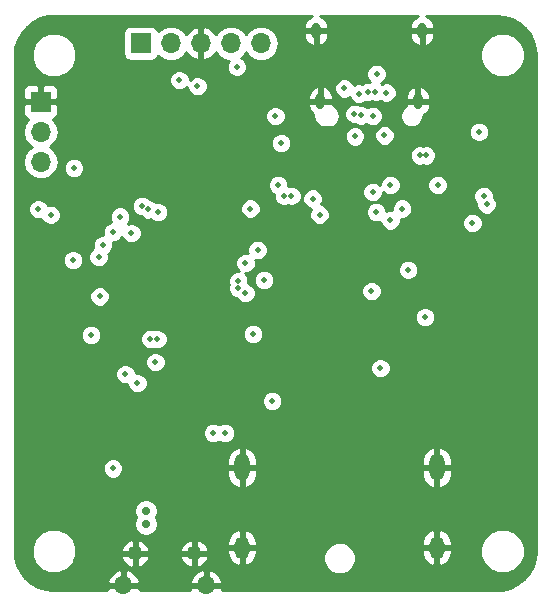
<source format=gbr>
G04 #@! TF.GenerationSoftware,KiCad,Pcbnew,(5.0.0-rc3)*
G04 #@! TF.CreationDate,2019-02-20T01:37:15+01:00*
G04 #@! TF.ProjectId,Adapter,416461707465722E6B696361645F7063,rev?*
G04 #@! TF.SameCoordinates,Original*
G04 #@! TF.FileFunction,Copper,L2,Inr,Plane*
G04 #@! TF.FilePolarity,Positive*
%FSLAX46Y46*%
G04 Gerber Fmt 4.6, Leading zero omitted, Abs format (unit mm)*
G04 Created by KiCad (PCBNEW (5.0.0-rc3)) date Wed Feb 20 01:37:15 2019*
%MOMM*%
%LPD*%
G01*
G04 APERTURE LIST*
G04 #@! TA.AperFunction,ViaPad*
%ADD10R,1.700000X1.700000*%
G04 #@! TD*
G04 #@! TA.AperFunction,ViaPad*
%ADD11O,1.700000X1.700000*%
G04 #@! TD*
G04 #@! TA.AperFunction,ViaPad*
%ADD12O,1.300000X2.300000*%
G04 #@! TD*
G04 #@! TA.AperFunction,ViaPad*
%ADD13O,1.300000X1.900000*%
G04 #@! TD*
G04 #@! TA.AperFunction,ViaPad*
%ADD14O,1.250000X1.250000*%
G04 #@! TD*
G04 #@! TA.AperFunction,ViaPad*
%ADD15O,1.550000X1.550000*%
G04 #@! TD*
G04 #@! TA.AperFunction,ViaPad*
%ADD16O,0.800000X1.400000*%
G04 #@! TD*
G04 #@! TA.AperFunction,ViaPad*
%ADD17C,0.460000*%
G04 #@! TD*
G04 #@! TA.AperFunction,ViaPad*
%ADD18C,0.700000*%
G04 #@! TD*
G04 #@! TA.AperFunction,Conductor*
%ADD19C,0.254000*%
G04 #@! TD*
G04 APERTURE END LIST*
D10*
G04 #@! TO.N,GND*
G04 #@! TO.C,J5*
X28400000Y-41950000D03*
D11*
G04 #@! TO.N,/UART_RX*
X28400000Y-44490000D03*
G04 #@! TO.N,/UART_TX*
X28400000Y-47030000D03*
G04 #@! TD*
D10*
G04 #@! TO.N,+3V3*
G04 #@! TO.C,J4*
X36880000Y-37000000D03*
D11*
G04 #@! TO.N,/SWCLK*
X39420000Y-37000000D03*
G04 #@! TO.N,GND*
X41960000Y-37000000D03*
G04 #@! TO.N,/SWDIO*
X44500000Y-37000000D03*
G04 #@! TO.N,/nRESET*
X47040000Y-37000000D03*
G04 #@! TD*
D12*
G04 #@! TO.N,GND*
G04 #@! TO.C,J2*
X45439160Y-72919780D03*
X61939160Y-72919780D03*
D13*
X45439160Y-79699780D03*
X61939160Y-79699780D03*
G04 #@! TD*
D14*
G04 #@! TO.N,GND*
G04 #@! TO.C,J1*
X41400000Y-80200000D03*
X36400000Y-80200000D03*
D15*
X42400000Y-82900000D03*
X35400000Y-82900000D03*
G04 #@! TD*
D16*
G04 #@! TO.N,GND*
G04 #@! TO.C,J3*
X60690000Y-35960000D03*
X51710000Y-35960000D03*
X52070000Y-41910000D03*
X60330000Y-41910000D03*
G04 #@! TD*
D17*
G04 #@! TO.N,/D+*
X56500000Y-43174019D03*
X56143356Y-41108139D03*
X49616306Y-49919946D03*
G04 #@! TO.N,GND*
X54217850Y-68500000D03*
X55700000Y-60900000D03*
X58700000Y-68500000D03*
X57200000Y-68500000D03*
X55700000Y-68500000D03*
X53000000Y-63500000D03*
X32500000Y-73300000D03*
D18*
X32300000Y-69700000D03*
D17*
X60900000Y-58600000D03*
X63000000Y-63700000D03*
X51475000Y-63450000D03*
X36225000Y-69000000D03*
X35375000Y-69000000D03*
X37225000Y-69025000D03*
X29080000Y-60880000D03*
X34712904Y-58932010D03*
X42425000Y-62949021D03*
X37690000Y-46360000D03*
X35679444Y-46891835D03*
X33390000Y-47640000D03*
X56810000Y-53980000D03*
X53160000Y-54010000D03*
X46990000Y-53086000D03*
X51562000Y-68580000D03*
X45400000Y-64531990D03*
X29459904Y-58990096D03*
X59182000Y-40894000D03*
X40132000Y-78486000D03*
X45719994Y-53594000D03*
X39370000Y-51007990D03*
X45548420Y-50007988D03*
X42138598Y-50007988D03*
X58121367Y-50378633D03*
G04 #@! TO.N,/D-*
X56730318Y-41115771D03*
X49000000Y-49919946D03*
D18*
G04 #@! TO.N,VBUS*
X37300000Y-77699996D03*
X37300000Y-76599988D03*
D17*
X65500000Y-44500000D03*
X62000000Y-49000000D03*
G04 #@! TO.N,/AUX+*
X54100000Y-40825000D03*
X55519485Y-43117371D03*
G04 #@! TO.N,/HPD*
X48000000Y-67300000D03*
X38100000Y-64008000D03*
G04 #@! TO.N,/CC2*
X55350000Y-41275000D03*
X56825000Y-39600000D03*
G04 #@! TO.N,/CC1*
X29240000Y-51530000D03*
X31140000Y-55370000D03*
X56500000Y-49592010D03*
G04 #@! TO.N,VOD_CTL*
X36068000Y-53086000D03*
X52000031Y-51507990D03*
G04 #@! TO.N,PRE_CTL*
X36947778Y-50794245D03*
X51418461Y-50161454D03*
G04 #@! TO.N,EN_CTL*
X38324904Y-51308000D03*
X59000000Y-51000000D03*
G04 #@! TO.N,EQ_CTL*
X37513030Y-51061082D03*
X58000000Y-52000000D03*
G04 #@! TO.N,/nRESET*
X41656000Y-40640000D03*
X57150000Y-64516000D03*
X45000000Y-39000016D03*
G04 #@! TO.N,VBUS_EN*
X46750000Y-54500000D03*
X58000000Y-49000000D03*
G04 #@! TO.N,Net-(R9-Pad2)*
X48500000Y-49000000D03*
X34500000Y-53000000D03*
G04 #@! TO.N,Net-(J3-PadA4)*
X57500000Y-44800000D03*
X54982990Y-44883268D03*
X57667010Y-41186022D03*
X54950000Y-42975000D03*
X60500000Y-46500000D03*
X61000000Y-46500000D03*
G04 #@! TO.N,/LED_B_L*
X66150000Y-50650000D03*
X38280000Y-62060000D03*
G04 #@! TO.N,/LED_G_L*
X65900000Y-49930000D03*
X33380000Y-58440000D03*
G04 #@! TO.N,/LED_R_L*
X64939826Y-52230714D03*
X37682996Y-62043004D03*
G04 #@! TO.N,/CC1_EN*
X33645885Y-54099117D03*
X45119958Y-57150000D03*
G04 #@! TO.N,/CC1_TX*
X33302842Y-55089150D03*
X45119958Y-57737013D03*
G04 #@! TO.N,+3V3*
X34500000Y-73000000D03*
X43000000Y-70000000D03*
X44000000Y-70000000D03*
X56400000Y-58000000D03*
X60925000Y-60200000D03*
X31190000Y-47569998D03*
X56800000Y-51300000D03*
G04 #@! TO.N,/TX_CLK*
X45720000Y-55626000D03*
X45720000Y-58166000D03*
G04 #@! TO.N,/SWCLK*
X40132000Y-40132000D03*
G04 #@! TO.N,/SWDIO*
X48260000Y-43180000D03*
G04 #@! TO.N,/UART_TX*
X35560000Y-65024000D03*
X28194000Y-51054000D03*
G04 #@! TO.N,/UART_RX*
X36576000Y-65786000D03*
G04 #@! TO.N,/BOOT*
X47295000Y-57058202D03*
X59511899Y-56183909D03*
G04 #@! TO.N,Net-(R14-Pad2)*
X48752010Y-45466000D03*
X35120495Y-51683697D03*
G04 #@! TO.N,VDD*
X46375000Y-61625000D03*
X32640000Y-61710000D03*
X46147300Y-51007990D03*
G04 #@! TD*
D19*
G04 #@! TO.N,GND*
G36*
X51067947Y-34838342D02*
X50802385Y-35146590D01*
X50675000Y-35533000D01*
X50675000Y-35833000D01*
X51583000Y-35833000D01*
X51583000Y-35813000D01*
X51837000Y-35813000D01*
X51837000Y-35833000D01*
X52745000Y-35833000D01*
X52745000Y-35533000D01*
X52617615Y-35146590D01*
X52352053Y-34838342D01*
X52036582Y-34685000D01*
X60363418Y-34685000D01*
X60047947Y-34838342D01*
X59782385Y-35146590D01*
X59655000Y-35533000D01*
X59655000Y-35833000D01*
X60563000Y-35833000D01*
X60563000Y-35813000D01*
X60817000Y-35813000D01*
X60817000Y-35833000D01*
X61725000Y-35833000D01*
X61725000Y-35533000D01*
X61597615Y-35146590D01*
X61332053Y-34838342D01*
X61016582Y-34685000D01*
X66965302Y-34685000D01*
X67665861Y-34756160D01*
X68304530Y-34956307D01*
X68889902Y-35280784D01*
X69398078Y-35716343D01*
X69808289Y-36245183D01*
X70103786Y-36845712D01*
X70274623Y-37501567D01*
X70315000Y-38026313D01*
X70315001Y-79965292D01*
X70243839Y-80665865D01*
X70043693Y-81304532D01*
X69719215Y-81889904D01*
X69283657Y-82398077D01*
X68754815Y-82808290D01*
X68154287Y-83103786D01*
X67498433Y-83274623D01*
X67226110Y-83295577D01*
X67072388Y-83265000D01*
X43758876Y-83265000D01*
X43767113Y-83245112D01*
X43644788Y-83027000D01*
X42527000Y-83027000D01*
X42527000Y-83047000D01*
X42273000Y-83047000D01*
X42273000Y-83027000D01*
X41155212Y-83027000D01*
X41032887Y-83245112D01*
X41041124Y-83265000D01*
X36758876Y-83265000D01*
X36767113Y-83245112D01*
X36644788Y-83027000D01*
X35527000Y-83027000D01*
X35527000Y-83047000D01*
X35273000Y-83047000D01*
X35273000Y-83027000D01*
X34155212Y-83027000D01*
X34032887Y-83245112D01*
X34041124Y-83265000D01*
X29427612Y-83265000D01*
X29297416Y-83290898D01*
X28834135Y-83243839D01*
X28195468Y-83043693D01*
X27610096Y-82719215D01*
X27418373Y-82554888D01*
X34032887Y-82554888D01*
X34155212Y-82773000D01*
X35273000Y-82773000D01*
X35273000Y-81654471D01*
X35527000Y-81654471D01*
X35527000Y-82773000D01*
X36644788Y-82773000D01*
X36767113Y-82554888D01*
X41032887Y-82554888D01*
X41155212Y-82773000D01*
X42273000Y-82773000D01*
X42273000Y-81654471D01*
X42527000Y-81654471D01*
X42527000Y-82773000D01*
X43644788Y-82773000D01*
X43767113Y-82554888D01*
X43610734Y-82177330D01*
X43242019Y-81769012D01*
X42745114Y-81532877D01*
X42527000Y-81654471D01*
X42273000Y-81654471D01*
X42054886Y-81532877D01*
X41557981Y-81769012D01*
X41189266Y-82177330D01*
X41032887Y-82554888D01*
X36767113Y-82554888D01*
X36610734Y-82177330D01*
X36242019Y-81769012D01*
X35745114Y-81532877D01*
X35527000Y-81654471D01*
X35273000Y-81654471D01*
X35054886Y-81532877D01*
X34557981Y-81769012D01*
X34189266Y-82177330D01*
X34032887Y-82554888D01*
X27418373Y-82554888D01*
X27101923Y-82283657D01*
X26691710Y-81754815D01*
X26396214Y-81154287D01*
X26225377Y-80498433D01*
X26185000Y-79973687D01*
X26185000Y-79625050D01*
X27615000Y-79625050D01*
X27615000Y-80374950D01*
X27901974Y-81067767D01*
X28432233Y-81598026D01*
X29125050Y-81885000D01*
X29874950Y-81885000D01*
X30567767Y-81598026D01*
X31098026Y-81067767D01*
X31324280Y-80521540D01*
X35181718Y-80521540D01*
X35311172Y-80834099D01*
X35636713Y-81202508D01*
X36078458Y-81418294D01*
X36273000Y-81294845D01*
X36273000Y-80327000D01*
X36527000Y-80327000D01*
X36527000Y-81294845D01*
X36721542Y-81418294D01*
X37163287Y-81202508D01*
X37488828Y-80834099D01*
X37618282Y-80521540D01*
X40181718Y-80521540D01*
X40311172Y-80834099D01*
X40636713Y-81202508D01*
X41078458Y-81418294D01*
X41273000Y-81294845D01*
X41273000Y-80327000D01*
X41527000Y-80327000D01*
X41527000Y-81294845D01*
X41721542Y-81418294D01*
X42163287Y-81202508D01*
X42488828Y-80834099D01*
X42618282Y-80521540D01*
X42493902Y-80327000D01*
X41527000Y-80327000D01*
X41273000Y-80327000D01*
X40306098Y-80327000D01*
X40181718Y-80521540D01*
X37618282Y-80521540D01*
X37493902Y-80327000D01*
X36527000Y-80327000D01*
X36273000Y-80327000D01*
X35306098Y-80327000D01*
X35181718Y-80521540D01*
X31324280Y-80521540D01*
X31385000Y-80374950D01*
X31385000Y-79878460D01*
X35181718Y-79878460D01*
X35306098Y-80073000D01*
X36273000Y-80073000D01*
X36273000Y-79105155D01*
X36527000Y-79105155D01*
X36527000Y-80073000D01*
X37493902Y-80073000D01*
X37618282Y-79878460D01*
X40181718Y-79878460D01*
X40306098Y-80073000D01*
X41273000Y-80073000D01*
X41273000Y-79105155D01*
X41527000Y-79105155D01*
X41527000Y-80073000D01*
X42493902Y-80073000D01*
X42618282Y-79878460D01*
X42596878Y-79826780D01*
X44154160Y-79826780D01*
X44154160Y-80126780D01*
X44300576Y-80608861D01*
X44620331Y-80998215D01*
X45064745Y-81235566D01*
X45113689Y-81242879D01*
X45312160Y-81118847D01*
X45312160Y-79826780D01*
X45566160Y-79826780D01*
X45566160Y-81118847D01*
X45764631Y-81242879D01*
X45813575Y-81235566D01*
X46257989Y-80998215D01*
X46577744Y-80608861D01*
X46662663Y-80329259D01*
X52329160Y-80329259D01*
X52329160Y-80870301D01*
X52536208Y-81370158D01*
X52918782Y-81752732D01*
X53418639Y-81959780D01*
X53959681Y-81959780D01*
X54459538Y-81752732D01*
X54842112Y-81370158D01*
X55049160Y-80870301D01*
X55049160Y-80329259D01*
X54842112Y-79829402D01*
X54839490Y-79826780D01*
X60654160Y-79826780D01*
X60654160Y-80126780D01*
X60800576Y-80608861D01*
X61120331Y-80998215D01*
X61564745Y-81235566D01*
X61613689Y-81242879D01*
X61812160Y-81118847D01*
X61812160Y-79826780D01*
X62066160Y-79826780D01*
X62066160Y-81118847D01*
X62264631Y-81242879D01*
X62313575Y-81235566D01*
X62757989Y-80998215D01*
X63077744Y-80608861D01*
X63224160Y-80126780D01*
X63224160Y-79826780D01*
X62066160Y-79826780D01*
X61812160Y-79826780D01*
X60654160Y-79826780D01*
X54839490Y-79826780D01*
X54637760Y-79625050D01*
X65615000Y-79625050D01*
X65615000Y-80374950D01*
X65901974Y-81067767D01*
X66432233Y-81598026D01*
X67125050Y-81885000D01*
X67874950Y-81885000D01*
X68567767Y-81598026D01*
X69098026Y-81067767D01*
X69385000Y-80374950D01*
X69385000Y-79625050D01*
X69098026Y-78932233D01*
X68567767Y-78401974D01*
X67874950Y-78115000D01*
X67125050Y-78115000D01*
X66432233Y-78401974D01*
X65901974Y-78932233D01*
X65615000Y-79625050D01*
X54637760Y-79625050D01*
X54459538Y-79446828D01*
X54039350Y-79272780D01*
X60654160Y-79272780D01*
X60654160Y-79572780D01*
X61812160Y-79572780D01*
X61812160Y-78280713D01*
X62066160Y-78280713D01*
X62066160Y-79572780D01*
X63224160Y-79572780D01*
X63224160Y-79272780D01*
X63077744Y-78790699D01*
X62757989Y-78401345D01*
X62313575Y-78163994D01*
X62264631Y-78156681D01*
X62066160Y-78280713D01*
X61812160Y-78280713D01*
X61613689Y-78156681D01*
X61564745Y-78163994D01*
X61120331Y-78401345D01*
X60800576Y-78790699D01*
X60654160Y-79272780D01*
X54039350Y-79272780D01*
X53959681Y-79239780D01*
X53418639Y-79239780D01*
X52918782Y-79446828D01*
X52536208Y-79829402D01*
X52329160Y-80329259D01*
X46662663Y-80329259D01*
X46724160Y-80126780D01*
X46724160Y-79826780D01*
X45566160Y-79826780D01*
X45312160Y-79826780D01*
X44154160Y-79826780D01*
X42596878Y-79826780D01*
X42488828Y-79565901D01*
X42229815Y-79272780D01*
X44154160Y-79272780D01*
X44154160Y-79572780D01*
X45312160Y-79572780D01*
X45312160Y-78280713D01*
X45566160Y-78280713D01*
X45566160Y-79572780D01*
X46724160Y-79572780D01*
X46724160Y-79272780D01*
X46577744Y-78790699D01*
X46257989Y-78401345D01*
X45813575Y-78163994D01*
X45764631Y-78156681D01*
X45566160Y-78280713D01*
X45312160Y-78280713D01*
X45113689Y-78156681D01*
X45064745Y-78163994D01*
X44620331Y-78401345D01*
X44300576Y-78790699D01*
X44154160Y-79272780D01*
X42229815Y-79272780D01*
X42163287Y-79197492D01*
X41721542Y-78981706D01*
X41527000Y-79105155D01*
X41273000Y-79105155D01*
X41078458Y-78981706D01*
X40636713Y-79197492D01*
X40311172Y-79565901D01*
X40181718Y-79878460D01*
X37618282Y-79878460D01*
X37488828Y-79565901D01*
X37163287Y-79197492D01*
X36721542Y-78981706D01*
X36527000Y-79105155D01*
X36273000Y-79105155D01*
X36078458Y-78981706D01*
X35636713Y-79197492D01*
X35311172Y-79565901D01*
X35181718Y-79878460D01*
X31385000Y-79878460D01*
X31385000Y-79625050D01*
X31098026Y-78932233D01*
X30567767Y-78401974D01*
X29874950Y-78115000D01*
X29125050Y-78115000D01*
X28432233Y-78401974D01*
X27901974Y-78932233D01*
X27615000Y-79625050D01*
X26185000Y-79625050D01*
X26185000Y-76404059D01*
X36315000Y-76404059D01*
X36315000Y-76795917D01*
X36461663Y-77149992D01*
X36315000Y-77504067D01*
X36315000Y-77895925D01*
X36464958Y-78257954D01*
X36742042Y-78535038D01*
X37104071Y-78684996D01*
X37495929Y-78684996D01*
X37857958Y-78535038D01*
X38135042Y-78257954D01*
X38285000Y-77895925D01*
X38285000Y-77504067D01*
X38138337Y-77149992D01*
X38285000Y-76795917D01*
X38285000Y-76404059D01*
X38135042Y-76042030D01*
X37857958Y-75764946D01*
X37495929Y-75614988D01*
X37104071Y-75614988D01*
X36742042Y-75764946D01*
X36464958Y-76042030D01*
X36315000Y-76404059D01*
X26185000Y-76404059D01*
X26185000Y-72827941D01*
X33635000Y-72827941D01*
X33635000Y-73172059D01*
X33766689Y-73489983D01*
X34010017Y-73733311D01*
X34327941Y-73865000D01*
X34672059Y-73865000D01*
X34989983Y-73733311D01*
X35233311Y-73489983D01*
X35365000Y-73172059D01*
X35365000Y-73046780D01*
X44154160Y-73046780D01*
X44154160Y-73546780D01*
X44300576Y-74028861D01*
X44620331Y-74418215D01*
X45064745Y-74655566D01*
X45113689Y-74662879D01*
X45312160Y-74538847D01*
X45312160Y-73046780D01*
X45566160Y-73046780D01*
X45566160Y-74538847D01*
X45764631Y-74662879D01*
X45813575Y-74655566D01*
X46257989Y-74418215D01*
X46577744Y-74028861D01*
X46724160Y-73546780D01*
X46724160Y-73046780D01*
X60654160Y-73046780D01*
X60654160Y-73546780D01*
X60800576Y-74028861D01*
X61120331Y-74418215D01*
X61564745Y-74655566D01*
X61613689Y-74662879D01*
X61812160Y-74538847D01*
X61812160Y-73046780D01*
X62066160Y-73046780D01*
X62066160Y-74538847D01*
X62264631Y-74662879D01*
X62313575Y-74655566D01*
X62757989Y-74418215D01*
X63077744Y-74028861D01*
X63224160Y-73546780D01*
X63224160Y-73046780D01*
X62066160Y-73046780D01*
X61812160Y-73046780D01*
X60654160Y-73046780D01*
X46724160Y-73046780D01*
X45566160Y-73046780D01*
X45312160Y-73046780D01*
X44154160Y-73046780D01*
X35365000Y-73046780D01*
X35365000Y-72827941D01*
X35233311Y-72510017D01*
X35016074Y-72292780D01*
X44154160Y-72292780D01*
X44154160Y-72792780D01*
X45312160Y-72792780D01*
X45312160Y-71300713D01*
X45566160Y-71300713D01*
X45566160Y-72792780D01*
X46724160Y-72792780D01*
X46724160Y-72292780D01*
X60654160Y-72292780D01*
X60654160Y-72792780D01*
X61812160Y-72792780D01*
X61812160Y-71300713D01*
X62066160Y-71300713D01*
X62066160Y-72792780D01*
X63224160Y-72792780D01*
X63224160Y-72292780D01*
X63077744Y-71810699D01*
X62757989Y-71421345D01*
X62313575Y-71183994D01*
X62264631Y-71176681D01*
X62066160Y-71300713D01*
X61812160Y-71300713D01*
X61613689Y-71176681D01*
X61564745Y-71183994D01*
X61120331Y-71421345D01*
X60800576Y-71810699D01*
X60654160Y-72292780D01*
X46724160Y-72292780D01*
X46577744Y-71810699D01*
X46257989Y-71421345D01*
X45813575Y-71183994D01*
X45764631Y-71176681D01*
X45566160Y-71300713D01*
X45312160Y-71300713D01*
X45113689Y-71176681D01*
X45064745Y-71183994D01*
X44620331Y-71421345D01*
X44300576Y-71810699D01*
X44154160Y-72292780D01*
X35016074Y-72292780D01*
X34989983Y-72266689D01*
X34672059Y-72135000D01*
X34327941Y-72135000D01*
X34010017Y-72266689D01*
X33766689Y-72510017D01*
X33635000Y-72827941D01*
X26185000Y-72827941D01*
X26185000Y-69827941D01*
X42135000Y-69827941D01*
X42135000Y-70172059D01*
X42266689Y-70489983D01*
X42510017Y-70733311D01*
X42827941Y-70865000D01*
X43172059Y-70865000D01*
X43489983Y-70733311D01*
X43500000Y-70723294D01*
X43510017Y-70733311D01*
X43827941Y-70865000D01*
X44172059Y-70865000D01*
X44489983Y-70733311D01*
X44733311Y-70489983D01*
X44865000Y-70172059D01*
X44865000Y-69827941D01*
X44733311Y-69510017D01*
X44489983Y-69266689D01*
X44172059Y-69135000D01*
X43827941Y-69135000D01*
X43510017Y-69266689D01*
X43500000Y-69276706D01*
X43489983Y-69266689D01*
X43172059Y-69135000D01*
X42827941Y-69135000D01*
X42510017Y-69266689D01*
X42266689Y-69510017D01*
X42135000Y-69827941D01*
X26185000Y-69827941D01*
X26185000Y-67127941D01*
X47135000Y-67127941D01*
X47135000Y-67472059D01*
X47266689Y-67789983D01*
X47510017Y-68033311D01*
X47827941Y-68165000D01*
X48172059Y-68165000D01*
X48489983Y-68033311D01*
X48733311Y-67789983D01*
X48865000Y-67472059D01*
X48865000Y-67127941D01*
X48733311Y-66810017D01*
X48489983Y-66566689D01*
X48172059Y-66435000D01*
X47827941Y-66435000D01*
X47510017Y-66566689D01*
X47266689Y-66810017D01*
X47135000Y-67127941D01*
X26185000Y-67127941D01*
X26185000Y-64851941D01*
X34695000Y-64851941D01*
X34695000Y-65196059D01*
X34826689Y-65513983D01*
X35070017Y-65757311D01*
X35387941Y-65889000D01*
X35711000Y-65889000D01*
X35711000Y-65958059D01*
X35842689Y-66275983D01*
X36086017Y-66519311D01*
X36403941Y-66651000D01*
X36748059Y-66651000D01*
X37065983Y-66519311D01*
X37309311Y-66275983D01*
X37441000Y-65958059D01*
X37441000Y-65613941D01*
X37309311Y-65296017D01*
X37065983Y-65052689D01*
X36748059Y-64921000D01*
X36425000Y-64921000D01*
X36425000Y-64851941D01*
X36293311Y-64534017D01*
X36049983Y-64290689D01*
X35732059Y-64159000D01*
X35387941Y-64159000D01*
X35070017Y-64290689D01*
X34826689Y-64534017D01*
X34695000Y-64851941D01*
X26185000Y-64851941D01*
X26185000Y-63835941D01*
X37235000Y-63835941D01*
X37235000Y-64180059D01*
X37366689Y-64497983D01*
X37610017Y-64741311D01*
X37927941Y-64873000D01*
X38272059Y-64873000D01*
X38589983Y-64741311D01*
X38833311Y-64497983D01*
X38897117Y-64343941D01*
X56285000Y-64343941D01*
X56285000Y-64688059D01*
X56416689Y-65005983D01*
X56660017Y-65249311D01*
X56977941Y-65381000D01*
X57322059Y-65381000D01*
X57639983Y-65249311D01*
X57883311Y-65005983D01*
X58015000Y-64688059D01*
X58015000Y-64343941D01*
X57883311Y-64026017D01*
X57639983Y-63782689D01*
X57322059Y-63651000D01*
X56977941Y-63651000D01*
X56660017Y-63782689D01*
X56416689Y-64026017D01*
X56285000Y-64343941D01*
X38897117Y-64343941D01*
X38965000Y-64180059D01*
X38965000Y-63835941D01*
X38833311Y-63518017D01*
X38589983Y-63274689D01*
X38272059Y-63143000D01*
X37927941Y-63143000D01*
X37610017Y-63274689D01*
X37366689Y-63518017D01*
X37235000Y-63835941D01*
X26185000Y-63835941D01*
X26185000Y-61537941D01*
X31775000Y-61537941D01*
X31775000Y-61882059D01*
X31906689Y-62199983D01*
X32150017Y-62443311D01*
X32467941Y-62575000D01*
X32812059Y-62575000D01*
X33129983Y-62443311D01*
X33373311Y-62199983D01*
X33505000Y-61882059D01*
X33505000Y-61870945D01*
X36817996Y-61870945D01*
X36817996Y-62215063D01*
X36949685Y-62532987D01*
X37193013Y-62776315D01*
X37510937Y-62908004D01*
X37855055Y-62908004D01*
X37960982Y-62864127D01*
X38107941Y-62925000D01*
X38452059Y-62925000D01*
X38769983Y-62793311D01*
X39013311Y-62549983D01*
X39145000Y-62232059D01*
X39145000Y-61887941D01*
X39013311Y-61570017D01*
X38896235Y-61452941D01*
X45510000Y-61452941D01*
X45510000Y-61797059D01*
X45641689Y-62114983D01*
X45885017Y-62358311D01*
X46202941Y-62490000D01*
X46547059Y-62490000D01*
X46864983Y-62358311D01*
X47108311Y-62114983D01*
X47240000Y-61797059D01*
X47240000Y-61452941D01*
X47108311Y-61135017D01*
X46864983Y-60891689D01*
X46547059Y-60760000D01*
X46202941Y-60760000D01*
X45885017Y-60891689D01*
X45641689Y-61135017D01*
X45510000Y-61452941D01*
X38896235Y-61452941D01*
X38769983Y-61326689D01*
X38452059Y-61195000D01*
X38107941Y-61195000D01*
X38002014Y-61238877D01*
X37855055Y-61178004D01*
X37510937Y-61178004D01*
X37193013Y-61309693D01*
X36949685Y-61553021D01*
X36817996Y-61870945D01*
X33505000Y-61870945D01*
X33505000Y-61537941D01*
X33373311Y-61220017D01*
X33129983Y-60976689D01*
X32812059Y-60845000D01*
X32467941Y-60845000D01*
X32150017Y-60976689D01*
X31906689Y-61220017D01*
X31775000Y-61537941D01*
X26185000Y-61537941D01*
X26185000Y-60027941D01*
X60060000Y-60027941D01*
X60060000Y-60372059D01*
X60191689Y-60689983D01*
X60435017Y-60933311D01*
X60752941Y-61065000D01*
X61097059Y-61065000D01*
X61414983Y-60933311D01*
X61658311Y-60689983D01*
X61790000Y-60372059D01*
X61790000Y-60027941D01*
X61658311Y-59710017D01*
X61414983Y-59466689D01*
X61097059Y-59335000D01*
X60752941Y-59335000D01*
X60435017Y-59466689D01*
X60191689Y-59710017D01*
X60060000Y-60027941D01*
X26185000Y-60027941D01*
X26185000Y-58267941D01*
X32515000Y-58267941D01*
X32515000Y-58612059D01*
X32646689Y-58929983D01*
X32890017Y-59173311D01*
X33207941Y-59305000D01*
X33552059Y-59305000D01*
X33869983Y-59173311D01*
X34113311Y-58929983D01*
X34245000Y-58612059D01*
X34245000Y-58267941D01*
X34113311Y-57950017D01*
X33869983Y-57706689D01*
X33552059Y-57575000D01*
X33207941Y-57575000D01*
X32890017Y-57706689D01*
X32646689Y-57950017D01*
X32515000Y-58267941D01*
X26185000Y-58267941D01*
X26185000Y-56977941D01*
X44254958Y-56977941D01*
X44254958Y-57322059D01*
X44305263Y-57443507D01*
X44254958Y-57564954D01*
X44254958Y-57909072D01*
X44386647Y-58226996D01*
X44629975Y-58470324D01*
X44947899Y-58602013D01*
X44964334Y-58602013D01*
X44986689Y-58655983D01*
X45230017Y-58899311D01*
X45547941Y-59031000D01*
X45892059Y-59031000D01*
X46209983Y-58899311D01*
X46453311Y-58655983D01*
X46585000Y-58338059D01*
X46585000Y-57993941D01*
X46453311Y-57676017D01*
X46209983Y-57432689D01*
X45978799Y-57336929D01*
X45984958Y-57322059D01*
X45984958Y-56977941D01*
X45946934Y-56886143D01*
X46430000Y-56886143D01*
X46430000Y-57230261D01*
X46561689Y-57548185D01*
X46805017Y-57791513D01*
X47122941Y-57923202D01*
X47467059Y-57923202D01*
X47697038Y-57827941D01*
X55535000Y-57827941D01*
X55535000Y-58172059D01*
X55666689Y-58489983D01*
X55910017Y-58733311D01*
X56227941Y-58865000D01*
X56572059Y-58865000D01*
X56889983Y-58733311D01*
X57133311Y-58489983D01*
X57265000Y-58172059D01*
X57265000Y-57827941D01*
X57133311Y-57510017D01*
X56889983Y-57266689D01*
X56572059Y-57135000D01*
X56227941Y-57135000D01*
X55910017Y-57266689D01*
X55666689Y-57510017D01*
X55535000Y-57827941D01*
X47697038Y-57827941D01*
X47784983Y-57791513D01*
X48028311Y-57548185D01*
X48160000Y-57230261D01*
X48160000Y-56886143D01*
X48028311Y-56568219D01*
X47784983Y-56324891D01*
X47467059Y-56193202D01*
X47122941Y-56193202D01*
X46805017Y-56324891D01*
X46561689Y-56568219D01*
X46430000Y-56886143D01*
X45946934Y-56886143D01*
X45853269Y-56660017D01*
X45684252Y-56491000D01*
X45892059Y-56491000D01*
X46209983Y-56359311D01*
X46453311Y-56115983D01*
X46496444Y-56011850D01*
X58646899Y-56011850D01*
X58646899Y-56355968D01*
X58778588Y-56673892D01*
X59021916Y-56917220D01*
X59339840Y-57048909D01*
X59683958Y-57048909D01*
X60001882Y-56917220D01*
X60245210Y-56673892D01*
X60376899Y-56355968D01*
X60376899Y-56011850D01*
X60245210Y-55693926D01*
X60001882Y-55450598D01*
X59683958Y-55318909D01*
X59339840Y-55318909D01*
X59021916Y-55450598D01*
X58778588Y-55693926D01*
X58646899Y-56011850D01*
X46496444Y-56011850D01*
X46585000Y-55798059D01*
X46585000Y-55453941D01*
X46541991Y-55350109D01*
X46577941Y-55365000D01*
X46922059Y-55365000D01*
X47239983Y-55233311D01*
X47483311Y-54989983D01*
X47615000Y-54672059D01*
X47615000Y-54327941D01*
X47483311Y-54010017D01*
X47239983Y-53766689D01*
X46922059Y-53635000D01*
X46577941Y-53635000D01*
X46260017Y-53766689D01*
X46016689Y-54010017D01*
X45885000Y-54327941D01*
X45885000Y-54672059D01*
X45928009Y-54775891D01*
X45892059Y-54761000D01*
X45547941Y-54761000D01*
X45230017Y-54892689D01*
X44986689Y-55136017D01*
X44855000Y-55453941D01*
X44855000Y-55798059D01*
X44986689Y-56115983D01*
X45155706Y-56285000D01*
X44947899Y-56285000D01*
X44629975Y-56416689D01*
X44386647Y-56660017D01*
X44254958Y-56977941D01*
X26185000Y-56977941D01*
X26185000Y-55197941D01*
X30275000Y-55197941D01*
X30275000Y-55542059D01*
X30406689Y-55859983D01*
X30650017Y-56103311D01*
X30967941Y-56235000D01*
X31312059Y-56235000D01*
X31629983Y-56103311D01*
X31873311Y-55859983D01*
X32005000Y-55542059D01*
X32005000Y-55197941D01*
X31888668Y-54917091D01*
X32437842Y-54917091D01*
X32437842Y-55261209D01*
X32569531Y-55579133D01*
X32812859Y-55822461D01*
X33130783Y-55954150D01*
X33474901Y-55954150D01*
X33792825Y-55822461D01*
X34036153Y-55579133D01*
X34167842Y-55261209D01*
X34167842Y-54917091D01*
X34133226Y-54833522D01*
X34135868Y-54832428D01*
X34379196Y-54589100D01*
X34510885Y-54271176D01*
X34510885Y-53927058D01*
X34485180Y-53865000D01*
X34672059Y-53865000D01*
X34989983Y-53733311D01*
X35233311Y-53489983D01*
X35266189Y-53410609D01*
X35334689Y-53575983D01*
X35578017Y-53819311D01*
X35895941Y-53951000D01*
X36240059Y-53951000D01*
X36557983Y-53819311D01*
X36801311Y-53575983D01*
X36933000Y-53258059D01*
X36933000Y-52913941D01*
X36801311Y-52596017D01*
X36557983Y-52352689D01*
X36240059Y-52221000D01*
X35895941Y-52221000D01*
X35743231Y-52284255D01*
X35853806Y-52173680D01*
X35985495Y-51855756D01*
X35985495Y-51511638D01*
X35853806Y-51193714D01*
X35610478Y-50950386D01*
X35292554Y-50818697D01*
X34948436Y-50818697D01*
X34630512Y-50950386D01*
X34387184Y-51193714D01*
X34255495Y-51511638D01*
X34255495Y-51855756D01*
X34371162Y-52135000D01*
X34327941Y-52135000D01*
X34010017Y-52266689D01*
X33766689Y-52510017D01*
X33635000Y-52827941D01*
X33635000Y-53172059D01*
X33660705Y-53234117D01*
X33473826Y-53234117D01*
X33155902Y-53365806D01*
X32912574Y-53609134D01*
X32780885Y-53927058D01*
X32780885Y-54271176D01*
X32815501Y-54354745D01*
X32812859Y-54355839D01*
X32569531Y-54599167D01*
X32437842Y-54917091D01*
X31888668Y-54917091D01*
X31873311Y-54880017D01*
X31629983Y-54636689D01*
X31312059Y-54505000D01*
X30967941Y-54505000D01*
X30650017Y-54636689D01*
X30406689Y-54880017D01*
X30275000Y-55197941D01*
X26185000Y-55197941D01*
X26185000Y-50881941D01*
X27329000Y-50881941D01*
X27329000Y-51226059D01*
X27460689Y-51543983D01*
X27704017Y-51787311D01*
X28021941Y-51919000D01*
X28366059Y-51919000D01*
X28450391Y-51884068D01*
X28506689Y-52019983D01*
X28750017Y-52263311D01*
X29067941Y-52395000D01*
X29412059Y-52395000D01*
X29729983Y-52263311D01*
X29973311Y-52019983D01*
X30105000Y-51702059D01*
X30105000Y-51357941D01*
X29973311Y-51040017D01*
X29729983Y-50796689D01*
X29412059Y-50665000D01*
X29067941Y-50665000D01*
X28983609Y-50699932D01*
X28951406Y-50622186D01*
X36082778Y-50622186D01*
X36082778Y-50966304D01*
X36214467Y-51284228D01*
X36457795Y-51527556D01*
X36775719Y-51659245D01*
X36887899Y-51659245D01*
X37023047Y-51794393D01*
X37340971Y-51926082D01*
X37685089Y-51926082D01*
X37709557Y-51915947D01*
X37834921Y-52041311D01*
X38152845Y-52173000D01*
X38496963Y-52173000D01*
X38814887Y-52041311D01*
X39058215Y-51797983D01*
X39189904Y-51480059D01*
X39189904Y-51135941D01*
X39065636Y-50835931D01*
X45282300Y-50835931D01*
X45282300Y-51180049D01*
X45413989Y-51497973D01*
X45657317Y-51741301D01*
X45975241Y-51872990D01*
X46319359Y-51872990D01*
X46637283Y-51741301D01*
X46880611Y-51497973D01*
X47012300Y-51180049D01*
X47012300Y-50835931D01*
X46880611Y-50518007D01*
X46637283Y-50274679D01*
X46319359Y-50142990D01*
X45975241Y-50142990D01*
X45657317Y-50274679D01*
X45413989Y-50518007D01*
X45282300Y-50835931D01*
X39065636Y-50835931D01*
X39058215Y-50818017D01*
X38814887Y-50574689D01*
X38496963Y-50443000D01*
X38152845Y-50443000D01*
X38128377Y-50453135D01*
X38003013Y-50327771D01*
X37685089Y-50196082D01*
X37572909Y-50196082D01*
X37437761Y-50060934D01*
X37119837Y-49929245D01*
X36775719Y-49929245D01*
X36457795Y-50060934D01*
X36214467Y-50304262D01*
X36082778Y-50622186D01*
X28951406Y-50622186D01*
X28927311Y-50564017D01*
X28683983Y-50320689D01*
X28366059Y-50189000D01*
X28021941Y-50189000D01*
X27704017Y-50320689D01*
X27460689Y-50564017D01*
X27329000Y-50881941D01*
X26185000Y-50881941D01*
X26185000Y-48827941D01*
X47635000Y-48827941D01*
X47635000Y-49172059D01*
X47766689Y-49489983D01*
X48010017Y-49733311D01*
X48135000Y-49785081D01*
X48135000Y-50092005D01*
X48266689Y-50409929D01*
X48510017Y-50653257D01*
X48827941Y-50784946D01*
X49172059Y-50784946D01*
X49308153Y-50728574D01*
X49444247Y-50784946D01*
X49788365Y-50784946D01*
X50106289Y-50653257D01*
X50349617Y-50409929D01*
X50481306Y-50092005D01*
X50481306Y-49989395D01*
X50553461Y-49989395D01*
X50553461Y-50333513D01*
X50685150Y-50651437D01*
X50928478Y-50894765D01*
X51246402Y-51026454D01*
X51263221Y-51026454D01*
X51135031Y-51335931D01*
X51135031Y-51680049D01*
X51266720Y-51997973D01*
X51510048Y-52241301D01*
X51827972Y-52372990D01*
X52172090Y-52372990D01*
X52490014Y-52241301D01*
X52733342Y-51997973D01*
X52865031Y-51680049D01*
X52865031Y-51335931D01*
X52733342Y-51018007D01*
X52490014Y-50774679D01*
X52172090Y-50642990D01*
X52155271Y-50642990D01*
X52283461Y-50333513D01*
X52283461Y-49989395D01*
X52151772Y-49671471D01*
X51908444Y-49428143D01*
X51888667Y-49419951D01*
X55635000Y-49419951D01*
X55635000Y-49764069D01*
X55766689Y-50081993D01*
X56010017Y-50325321D01*
X56327941Y-50457010D01*
X56574804Y-50457010D01*
X56310017Y-50566689D01*
X56066689Y-50810017D01*
X55935000Y-51127941D01*
X55935000Y-51472059D01*
X56066689Y-51789983D01*
X56310017Y-52033311D01*
X56627941Y-52165000D01*
X56972059Y-52165000D01*
X57135000Y-52097507D01*
X57135000Y-52172059D01*
X57266689Y-52489983D01*
X57510017Y-52733311D01*
X57827941Y-52865000D01*
X58172059Y-52865000D01*
X58489983Y-52733311D01*
X58733311Y-52489983D01*
X58865000Y-52172059D01*
X58865000Y-52058655D01*
X64074826Y-52058655D01*
X64074826Y-52402773D01*
X64206515Y-52720697D01*
X64449843Y-52964025D01*
X64767767Y-53095714D01*
X65111885Y-53095714D01*
X65429809Y-52964025D01*
X65673137Y-52720697D01*
X65804826Y-52402773D01*
X65804826Y-52058655D01*
X65673137Y-51740731D01*
X65429809Y-51497403D01*
X65111885Y-51365714D01*
X64767767Y-51365714D01*
X64449843Y-51497403D01*
X64206515Y-51740731D01*
X64074826Y-52058655D01*
X58865000Y-52058655D01*
X58865000Y-51865000D01*
X59172059Y-51865000D01*
X59489983Y-51733311D01*
X59733311Y-51489983D01*
X59865000Y-51172059D01*
X59865000Y-50827941D01*
X59733311Y-50510017D01*
X59489983Y-50266689D01*
X59172059Y-50135000D01*
X58827941Y-50135000D01*
X58510017Y-50266689D01*
X58266689Y-50510017D01*
X58135000Y-50827941D01*
X58135000Y-51135000D01*
X57827941Y-51135000D01*
X57665000Y-51202493D01*
X57665000Y-51127941D01*
X57533311Y-50810017D01*
X57289983Y-50566689D01*
X56972059Y-50435000D01*
X56725196Y-50435000D01*
X56989983Y-50325321D01*
X57233311Y-50081993D01*
X57365000Y-49764069D01*
X57365000Y-49588294D01*
X57510017Y-49733311D01*
X57827941Y-49865000D01*
X58172059Y-49865000D01*
X58489983Y-49733311D01*
X58733311Y-49489983D01*
X58865000Y-49172059D01*
X58865000Y-48827941D01*
X61135000Y-48827941D01*
X61135000Y-49172059D01*
X61266689Y-49489983D01*
X61510017Y-49733311D01*
X61827941Y-49865000D01*
X62172059Y-49865000D01*
X62430521Y-49757941D01*
X65035000Y-49757941D01*
X65035000Y-50102059D01*
X65166689Y-50419983D01*
X65285000Y-50538294D01*
X65285000Y-50822059D01*
X65416689Y-51139983D01*
X65660017Y-51383311D01*
X65977941Y-51515000D01*
X66322059Y-51515000D01*
X66639983Y-51383311D01*
X66883311Y-51139983D01*
X67015000Y-50822059D01*
X67015000Y-50477941D01*
X66883311Y-50160017D01*
X66765000Y-50041706D01*
X66765000Y-49757941D01*
X66633311Y-49440017D01*
X66389983Y-49196689D01*
X66072059Y-49065000D01*
X65727941Y-49065000D01*
X65410017Y-49196689D01*
X65166689Y-49440017D01*
X65035000Y-49757941D01*
X62430521Y-49757941D01*
X62489983Y-49733311D01*
X62733311Y-49489983D01*
X62865000Y-49172059D01*
X62865000Y-48827941D01*
X62733311Y-48510017D01*
X62489983Y-48266689D01*
X62172059Y-48135000D01*
X61827941Y-48135000D01*
X61510017Y-48266689D01*
X61266689Y-48510017D01*
X61135000Y-48827941D01*
X58865000Y-48827941D01*
X58733311Y-48510017D01*
X58489983Y-48266689D01*
X58172059Y-48135000D01*
X57827941Y-48135000D01*
X57510017Y-48266689D01*
X57266689Y-48510017D01*
X57135000Y-48827941D01*
X57135000Y-49003716D01*
X56989983Y-48858699D01*
X56672059Y-48727010D01*
X56327941Y-48727010D01*
X56010017Y-48858699D01*
X55766689Y-49102027D01*
X55635000Y-49419951D01*
X51888667Y-49419951D01*
X51590520Y-49296454D01*
X51246402Y-49296454D01*
X50928478Y-49428143D01*
X50685150Y-49671471D01*
X50553461Y-49989395D01*
X50481306Y-49989395D01*
X50481306Y-49747887D01*
X50349617Y-49429963D01*
X50106289Y-49186635D01*
X49788365Y-49054946D01*
X49444247Y-49054946D01*
X49365000Y-49087771D01*
X49365000Y-48827941D01*
X49233311Y-48510017D01*
X48989983Y-48266689D01*
X48672059Y-48135000D01*
X48327941Y-48135000D01*
X48010017Y-48266689D01*
X47766689Y-48510017D01*
X47635000Y-48827941D01*
X26185000Y-48827941D01*
X26185000Y-44490000D01*
X26885908Y-44490000D01*
X27001161Y-45069418D01*
X27329375Y-45560625D01*
X27627761Y-45760000D01*
X27329375Y-45959375D01*
X27001161Y-46450582D01*
X26885908Y-47030000D01*
X27001161Y-47609418D01*
X27329375Y-48100625D01*
X27820582Y-48428839D01*
X28253744Y-48515000D01*
X28546256Y-48515000D01*
X28979418Y-48428839D01*
X29470625Y-48100625D01*
X29798839Y-47609418D01*
X29840904Y-47397939D01*
X30325000Y-47397939D01*
X30325000Y-47742057D01*
X30456689Y-48059981D01*
X30700017Y-48303309D01*
X31017941Y-48434998D01*
X31362059Y-48434998D01*
X31679983Y-48303309D01*
X31923311Y-48059981D01*
X32055000Y-47742057D01*
X32055000Y-47397939D01*
X31923311Y-47080015D01*
X31679983Y-46836687D01*
X31362059Y-46704998D01*
X31017941Y-46704998D01*
X30700017Y-46836687D01*
X30456689Y-47080015D01*
X30325000Y-47397939D01*
X29840904Y-47397939D01*
X29914092Y-47030000D01*
X29798839Y-46450582D01*
X29470625Y-45959375D01*
X29172239Y-45760000D01*
X29470625Y-45560625D01*
X29648817Y-45293941D01*
X47887010Y-45293941D01*
X47887010Y-45638059D01*
X48018699Y-45955983D01*
X48262027Y-46199311D01*
X48579951Y-46331000D01*
X48924069Y-46331000D01*
X48931454Y-46327941D01*
X59635000Y-46327941D01*
X59635000Y-46672059D01*
X59766689Y-46989983D01*
X60010017Y-47233311D01*
X60327941Y-47365000D01*
X60672059Y-47365000D01*
X60750000Y-47332716D01*
X60827941Y-47365000D01*
X61172059Y-47365000D01*
X61489983Y-47233311D01*
X61733311Y-46989983D01*
X61865000Y-46672059D01*
X61865000Y-46327941D01*
X61733311Y-46010017D01*
X61489983Y-45766689D01*
X61172059Y-45635000D01*
X60827941Y-45635000D01*
X60750000Y-45667284D01*
X60672059Y-45635000D01*
X60327941Y-45635000D01*
X60010017Y-45766689D01*
X59766689Y-46010017D01*
X59635000Y-46327941D01*
X48931454Y-46327941D01*
X49241993Y-46199311D01*
X49485321Y-45955983D01*
X49617010Y-45638059D01*
X49617010Y-45293941D01*
X49485321Y-44976017D01*
X49241993Y-44732689D01*
X49190136Y-44711209D01*
X54117990Y-44711209D01*
X54117990Y-45055327D01*
X54249679Y-45373251D01*
X54493007Y-45616579D01*
X54810931Y-45748268D01*
X55155049Y-45748268D01*
X55472973Y-45616579D01*
X55716301Y-45373251D01*
X55847990Y-45055327D01*
X55847990Y-44711209D01*
X55813500Y-44627941D01*
X56635000Y-44627941D01*
X56635000Y-44972059D01*
X56766689Y-45289983D01*
X57010017Y-45533311D01*
X57327941Y-45665000D01*
X57672059Y-45665000D01*
X57989983Y-45533311D01*
X58233311Y-45289983D01*
X58365000Y-44972059D01*
X58365000Y-44627941D01*
X58240736Y-44327941D01*
X64635000Y-44327941D01*
X64635000Y-44672059D01*
X64766689Y-44989983D01*
X65010017Y-45233311D01*
X65327941Y-45365000D01*
X65672059Y-45365000D01*
X65989983Y-45233311D01*
X66233311Y-44989983D01*
X66365000Y-44672059D01*
X66365000Y-44327941D01*
X66233311Y-44010017D01*
X65989983Y-43766689D01*
X65672059Y-43635000D01*
X65327941Y-43635000D01*
X65010017Y-43766689D01*
X64766689Y-44010017D01*
X64635000Y-44327941D01*
X58240736Y-44327941D01*
X58233311Y-44310017D01*
X57989983Y-44066689D01*
X57672059Y-43935000D01*
X57327941Y-43935000D01*
X57010017Y-44066689D01*
X56766689Y-44310017D01*
X56635000Y-44627941D01*
X55813500Y-44627941D01*
X55716301Y-44393285D01*
X55472973Y-44149957D01*
X55155049Y-44018268D01*
X54810931Y-44018268D01*
X54493007Y-44149957D01*
X54249679Y-44393285D01*
X54117990Y-44711209D01*
X49190136Y-44711209D01*
X48924069Y-44601000D01*
X48579951Y-44601000D01*
X48262027Y-44732689D01*
X48018699Y-44976017D01*
X47887010Y-45293941D01*
X29648817Y-45293941D01*
X29798839Y-45069418D01*
X29914092Y-44490000D01*
X29798839Y-43910582D01*
X29470625Y-43419375D01*
X29448967Y-43404904D01*
X29609698Y-43338327D01*
X29788327Y-43159699D01*
X29851187Y-43007941D01*
X47395000Y-43007941D01*
X47395000Y-43352059D01*
X47526689Y-43669983D01*
X47770017Y-43913311D01*
X48087941Y-44045000D01*
X48432059Y-44045000D01*
X48749983Y-43913311D01*
X48993311Y-43669983D01*
X49125000Y-43352059D01*
X49125000Y-43007941D01*
X48993311Y-42690017D01*
X48749983Y-42446689D01*
X48432059Y-42315000D01*
X48087941Y-42315000D01*
X47770017Y-42446689D01*
X47526689Y-42690017D01*
X47395000Y-43007941D01*
X29851187Y-43007941D01*
X29885000Y-42926310D01*
X29885000Y-42235750D01*
X29726250Y-42077000D01*
X28527000Y-42077000D01*
X28527000Y-42097000D01*
X28273000Y-42097000D01*
X28273000Y-42077000D01*
X27073750Y-42077000D01*
X26915000Y-42235750D01*
X26915000Y-42926310D01*
X27011673Y-43159699D01*
X27190302Y-43338327D01*
X27351033Y-43404904D01*
X27329375Y-43419375D01*
X27001161Y-43910582D01*
X26885908Y-44490000D01*
X26185000Y-44490000D01*
X26185000Y-42037000D01*
X51035000Y-42037000D01*
X51035000Y-42337000D01*
X51162385Y-42723410D01*
X51427947Y-43031658D01*
X51490658Y-43062140D01*
X51471193Y-43160000D01*
X51545700Y-43534573D01*
X51757879Y-43852121D01*
X52075427Y-44064300D01*
X52355451Y-44120000D01*
X52844549Y-44120000D01*
X53124573Y-44064300D01*
X53442121Y-43852121D01*
X53654300Y-43534573D01*
X53728807Y-43160000D01*
X53654300Y-42785427D01*
X53442121Y-42467879D01*
X53124573Y-42255700D01*
X53105000Y-42251807D01*
X53105000Y-42037000D01*
X52197000Y-42037000D01*
X52197000Y-42057000D01*
X51943000Y-42057000D01*
X51943000Y-42037000D01*
X51035000Y-42037000D01*
X26185000Y-42037000D01*
X26185000Y-40973690D01*
X26915000Y-40973690D01*
X26915000Y-41664250D01*
X27073750Y-41823000D01*
X28273000Y-41823000D01*
X28273000Y-40623750D01*
X28527000Y-40623750D01*
X28527000Y-41823000D01*
X29726250Y-41823000D01*
X29885000Y-41664250D01*
X29885000Y-40973690D01*
X29788327Y-40740301D01*
X29609698Y-40561673D01*
X29376309Y-40465000D01*
X28685750Y-40465000D01*
X28527000Y-40623750D01*
X28273000Y-40623750D01*
X28114250Y-40465000D01*
X27423691Y-40465000D01*
X27190302Y-40561673D01*
X27011673Y-40740301D01*
X26915000Y-40973690D01*
X26185000Y-40973690D01*
X26185000Y-39959941D01*
X39267000Y-39959941D01*
X39267000Y-40304059D01*
X39398689Y-40621983D01*
X39642017Y-40865311D01*
X39959941Y-40997000D01*
X40304059Y-40997000D01*
X40621983Y-40865311D01*
X40791000Y-40696294D01*
X40791000Y-40812059D01*
X40922689Y-41129983D01*
X41166017Y-41373311D01*
X41483941Y-41505000D01*
X41828059Y-41505000D01*
X41881171Y-41483000D01*
X51035000Y-41483000D01*
X51035000Y-41783000D01*
X51943000Y-41783000D01*
X51943000Y-40743002D01*
X52197000Y-40743002D01*
X52197000Y-41783000D01*
X53105000Y-41783000D01*
X53105000Y-41483000D01*
X52977615Y-41096590D01*
X52712053Y-40788342D01*
X52433493Y-40652941D01*
X53235000Y-40652941D01*
X53235000Y-40997059D01*
X53366689Y-41314983D01*
X53610017Y-41558311D01*
X53927941Y-41690000D01*
X54272059Y-41690000D01*
X54539708Y-41579136D01*
X54616689Y-41764983D01*
X54860017Y-42008311D01*
X55105515Y-42110000D01*
X54777941Y-42110000D01*
X54460017Y-42241689D01*
X54216689Y-42485017D01*
X54085000Y-42802941D01*
X54085000Y-43147059D01*
X54216689Y-43464983D01*
X54460017Y-43708311D01*
X54777941Y-43840000D01*
X55018820Y-43840000D01*
X55029502Y-43850682D01*
X55347426Y-43982371D01*
X55691544Y-43982371D01*
X55969800Y-43867113D01*
X56010017Y-43907330D01*
X56327941Y-44039019D01*
X56672059Y-44039019D01*
X56989983Y-43907330D01*
X57233311Y-43664002D01*
X57365000Y-43346078D01*
X57365000Y-43001960D01*
X57351366Y-42969044D01*
X58840000Y-42969044D01*
X58840000Y-43350956D01*
X58986151Y-43703797D01*
X59256203Y-43973849D01*
X59609044Y-44120000D01*
X59990956Y-44120000D01*
X60343797Y-43973849D01*
X60613849Y-43703797D01*
X60760000Y-43350956D01*
X60760000Y-43134731D01*
X60972053Y-43031658D01*
X61237615Y-42723410D01*
X61365000Y-42337000D01*
X61365000Y-42037000D01*
X60457000Y-42037000D01*
X60457000Y-42057000D01*
X60203000Y-42057000D01*
X60203000Y-42037000D01*
X59295000Y-42037000D01*
X59295000Y-42330081D01*
X59256203Y-42346151D01*
X58986151Y-42616203D01*
X58840000Y-42969044D01*
X57351366Y-42969044D01*
X57233311Y-42684036D01*
X56989983Y-42440708D01*
X56672059Y-42309019D01*
X56327941Y-42309019D01*
X56049685Y-42424277D01*
X56009468Y-42384060D01*
X55691544Y-42252371D01*
X55450665Y-42252371D01*
X55439983Y-42241689D01*
X55194485Y-42140000D01*
X55522059Y-42140000D01*
X55839983Y-42008311D01*
X55903314Y-41944980D01*
X55971297Y-41973139D01*
X56315415Y-41973139D01*
X56427624Y-41926660D01*
X56558259Y-41980771D01*
X56902377Y-41980771D01*
X57140027Y-41882333D01*
X57177027Y-41919333D01*
X57494951Y-42051022D01*
X57839069Y-42051022D01*
X58156993Y-41919333D01*
X58400321Y-41676005D01*
X58480266Y-41483000D01*
X59295000Y-41483000D01*
X59295000Y-41783000D01*
X60203000Y-41783000D01*
X60203000Y-40743002D01*
X60457000Y-40743002D01*
X60457000Y-41783000D01*
X61365000Y-41783000D01*
X61365000Y-41483000D01*
X61237615Y-41096590D01*
X60972053Y-40788342D01*
X60616123Y-40615334D01*
X60457000Y-40743002D01*
X60203000Y-40743002D01*
X60043877Y-40615334D01*
X59687947Y-40788342D01*
X59422385Y-41096590D01*
X59295000Y-41483000D01*
X58480266Y-41483000D01*
X58532010Y-41358081D01*
X58532010Y-41013963D01*
X58400321Y-40696039D01*
X58156993Y-40452711D01*
X57839069Y-40321022D01*
X57494951Y-40321022D01*
X57257301Y-40419460D01*
X57220301Y-40382460D01*
X57208314Y-40377495D01*
X57314983Y-40333311D01*
X57558311Y-40089983D01*
X57690000Y-39772059D01*
X57690000Y-39427941D01*
X57558311Y-39110017D01*
X57314983Y-38866689D01*
X56997059Y-38735000D01*
X56652941Y-38735000D01*
X56335017Y-38866689D01*
X56091689Y-39110017D01*
X55960000Y-39427941D01*
X55960000Y-39772059D01*
X56091689Y-40089983D01*
X56244845Y-40243139D01*
X55971297Y-40243139D01*
X55653373Y-40374828D01*
X55590042Y-40438159D01*
X55522059Y-40410000D01*
X55177941Y-40410000D01*
X54910292Y-40520864D01*
X54833311Y-40335017D01*
X54589983Y-40091689D01*
X54272059Y-39960000D01*
X53927941Y-39960000D01*
X53610017Y-40091689D01*
X53366689Y-40335017D01*
X53235000Y-40652941D01*
X52433493Y-40652941D01*
X52356123Y-40615334D01*
X52197000Y-40743002D01*
X51943000Y-40743002D01*
X51783877Y-40615334D01*
X51427947Y-40788342D01*
X51162385Y-41096590D01*
X51035000Y-41483000D01*
X41881171Y-41483000D01*
X42145983Y-41373311D01*
X42389311Y-41129983D01*
X42521000Y-40812059D01*
X42521000Y-40467941D01*
X42389311Y-40150017D01*
X42145983Y-39906689D01*
X41828059Y-39775000D01*
X41483941Y-39775000D01*
X41166017Y-39906689D01*
X40997000Y-40075706D01*
X40997000Y-39959941D01*
X40865311Y-39642017D01*
X40621983Y-39398689D01*
X40304059Y-39267000D01*
X39959941Y-39267000D01*
X39642017Y-39398689D01*
X39398689Y-39642017D01*
X39267000Y-39959941D01*
X26185000Y-39959941D01*
X26185000Y-38034698D01*
X26226610Y-37625050D01*
X27615000Y-37625050D01*
X27615000Y-38374950D01*
X27901974Y-39067767D01*
X28432233Y-39598026D01*
X29125050Y-39885000D01*
X29874950Y-39885000D01*
X30567767Y-39598026D01*
X31098026Y-39067767D01*
X31385000Y-38374950D01*
X31385000Y-37625050D01*
X31098026Y-36932233D01*
X30567767Y-36401974D01*
X29959448Y-36150000D01*
X35382560Y-36150000D01*
X35382560Y-37850000D01*
X35431843Y-38097765D01*
X35572191Y-38307809D01*
X35782235Y-38448157D01*
X36030000Y-38497440D01*
X37730000Y-38497440D01*
X37977765Y-38448157D01*
X38187809Y-38307809D01*
X38328157Y-38097765D01*
X38337184Y-38052381D01*
X38349375Y-38070625D01*
X38840582Y-38398839D01*
X39273744Y-38485000D01*
X39566256Y-38485000D01*
X39999418Y-38398839D01*
X40490625Y-38070625D01*
X40703843Y-37751522D01*
X40764817Y-37881358D01*
X41193076Y-38271645D01*
X41603110Y-38441476D01*
X41833000Y-38320155D01*
X41833000Y-37127000D01*
X41813000Y-37127000D01*
X41813000Y-36873000D01*
X41833000Y-36873000D01*
X41833000Y-35679845D01*
X42087000Y-35679845D01*
X42087000Y-36873000D01*
X42107000Y-36873000D01*
X42107000Y-37127000D01*
X42087000Y-37127000D01*
X42087000Y-38320155D01*
X42316890Y-38441476D01*
X42726924Y-38271645D01*
X43155183Y-37881358D01*
X43216157Y-37751522D01*
X43429375Y-38070625D01*
X43920582Y-38398839D01*
X44302012Y-38474710D01*
X44266689Y-38510033D01*
X44135000Y-38827957D01*
X44135000Y-39172075D01*
X44266689Y-39489999D01*
X44510017Y-39733327D01*
X44827941Y-39865016D01*
X45172059Y-39865016D01*
X45489983Y-39733327D01*
X45733311Y-39489999D01*
X45865000Y-39172075D01*
X45865000Y-38827957D01*
X45733311Y-38510033D01*
X45489983Y-38266705D01*
X45358611Y-38212289D01*
X45570625Y-38070625D01*
X45770000Y-37772239D01*
X45969375Y-38070625D01*
X46460582Y-38398839D01*
X46893744Y-38485000D01*
X47186256Y-38485000D01*
X47619418Y-38398839D01*
X48110625Y-38070625D01*
X48408348Y-37625050D01*
X65615000Y-37625050D01*
X65615000Y-38374950D01*
X65901974Y-39067767D01*
X66432233Y-39598026D01*
X67125050Y-39885000D01*
X67874950Y-39885000D01*
X68567767Y-39598026D01*
X69098026Y-39067767D01*
X69385000Y-38374950D01*
X69385000Y-37625050D01*
X69098026Y-36932233D01*
X68567767Y-36401974D01*
X67874950Y-36115000D01*
X67125050Y-36115000D01*
X66432233Y-36401974D01*
X65901974Y-36932233D01*
X65615000Y-37625050D01*
X48408348Y-37625050D01*
X48438839Y-37579418D01*
X48554092Y-37000000D01*
X48438839Y-36420582D01*
X48215947Y-36087000D01*
X50675000Y-36087000D01*
X50675000Y-36387000D01*
X50802385Y-36773410D01*
X51067947Y-37081658D01*
X51423877Y-37254666D01*
X51583000Y-37126998D01*
X51583000Y-36087000D01*
X51837000Y-36087000D01*
X51837000Y-37126998D01*
X51996123Y-37254666D01*
X52352053Y-37081658D01*
X52617615Y-36773410D01*
X52745000Y-36387000D01*
X52745000Y-36087000D01*
X59655000Y-36087000D01*
X59655000Y-36387000D01*
X59782385Y-36773410D01*
X60047947Y-37081658D01*
X60403877Y-37254666D01*
X60563000Y-37126998D01*
X60563000Y-36087000D01*
X60817000Y-36087000D01*
X60817000Y-37126998D01*
X60976123Y-37254666D01*
X61332053Y-37081658D01*
X61597615Y-36773410D01*
X61725000Y-36387000D01*
X61725000Y-36087000D01*
X60817000Y-36087000D01*
X60563000Y-36087000D01*
X59655000Y-36087000D01*
X52745000Y-36087000D01*
X51837000Y-36087000D01*
X51583000Y-36087000D01*
X50675000Y-36087000D01*
X48215947Y-36087000D01*
X48110625Y-35929375D01*
X47619418Y-35601161D01*
X47186256Y-35515000D01*
X46893744Y-35515000D01*
X46460582Y-35601161D01*
X45969375Y-35929375D01*
X45770000Y-36227761D01*
X45570625Y-35929375D01*
X45079418Y-35601161D01*
X44646256Y-35515000D01*
X44353744Y-35515000D01*
X43920582Y-35601161D01*
X43429375Y-35929375D01*
X43216157Y-36248478D01*
X43155183Y-36118642D01*
X42726924Y-35728355D01*
X42316890Y-35558524D01*
X42087000Y-35679845D01*
X41833000Y-35679845D01*
X41603110Y-35558524D01*
X41193076Y-35728355D01*
X40764817Y-36118642D01*
X40703843Y-36248478D01*
X40490625Y-35929375D01*
X39999418Y-35601161D01*
X39566256Y-35515000D01*
X39273744Y-35515000D01*
X38840582Y-35601161D01*
X38349375Y-35929375D01*
X38337184Y-35947619D01*
X38328157Y-35902235D01*
X38187809Y-35692191D01*
X37977765Y-35551843D01*
X37730000Y-35502560D01*
X36030000Y-35502560D01*
X35782235Y-35551843D01*
X35572191Y-35692191D01*
X35431843Y-35902235D01*
X35382560Y-36150000D01*
X29959448Y-36150000D01*
X29874950Y-36115000D01*
X29125050Y-36115000D01*
X28432233Y-36401974D01*
X27901974Y-36932233D01*
X27615000Y-37625050D01*
X26226610Y-37625050D01*
X26256160Y-37334139D01*
X26456307Y-36695470D01*
X26780784Y-36110098D01*
X27216343Y-35601922D01*
X27745183Y-35191711D01*
X28345712Y-34896214D01*
X29001567Y-34725377D01*
X29526313Y-34685000D01*
X51383418Y-34685000D01*
X51067947Y-34838342D01*
X51067947Y-34838342D01*
G37*
X51067947Y-34838342D02*
X50802385Y-35146590D01*
X50675000Y-35533000D01*
X50675000Y-35833000D01*
X51583000Y-35833000D01*
X51583000Y-35813000D01*
X51837000Y-35813000D01*
X51837000Y-35833000D01*
X52745000Y-35833000D01*
X52745000Y-35533000D01*
X52617615Y-35146590D01*
X52352053Y-34838342D01*
X52036582Y-34685000D01*
X60363418Y-34685000D01*
X60047947Y-34838342D01*
X59782385Y-35146590D01*
X59655000Y-35533000D01*
X59655000Y-35833000D01*
X60563000Y-35833000D01*
X60563000Y-35813000D01*
X60817000Y-35813000D01*
X60817000Y-35833000D01*
X61725000Y-35833000D01*
X61725000Y-35533000D01*
X61597615Y-35146590D01*
X61332053Y-34838342D01*
X61016582Y-34685000D01*
X66965302Y-34685000D01*
X67665861Y-34756160D01*
X68304530Y-34956307D01*
X68889902Y-35280784D01*
X69398078Y-35716343D01*
X69808289Y-36245183D01*
X70103786Y-36845712D01*
X70274623Y-37501567D01*
X70315000Y-38026313D01*
X70315001Y-79965292D01*
X70243839Y-80665865D01*
X70043693Y-81304532D01*
X69719215Y-81889904D01*
X69283657Y-82398077D01*
X68754815Y-82808290D01*
X68154287Y-83103786D01*
X67498433Y-83274623D01*
X67226110Y-83295577D01*
X67072388Y-83265000D01*
X43758876Y-83265000D01*
X43767113Y-83245112D01*
X43644788Y-83027000D01*
X42527000Y-83027000D01*
X42527000Y-83047000D01*
X42273000Y-83047000D01*
X42273000Y-83027000D01*
X41155212Y-83027000D01*
X41032887Y-83245112D01*
X41041124Y-83265000D01*
X36758876Y-83265000D01*
X36767113Y-83245112D01*
X36644788Y-83027000D01*
X35527000Y-83027000D01*
X35527000Y-83047000D01*
X35273000Y-83047000D01*
X35273000Y-83027000D01*
X34155212Y-83027000D01*
X34032887Y-83245112D01*
X34041124Y-83265000D01*
X29427612Y-83265000D01*
X29297416Y-83290898D01*
X28834135Y-83243839D01*
X28195468Y-83043693D01*
X27610096Y-82719215D01*
X27418373Y-82554888D01*
X34032887Y-82554888D01*
X34155212Y-82773000D01*
X35273000Y-82773000D01*
X35273000Y-81654471D01*
X35527000Y-81654471D01*
X35527000Y-82773000D01*
X36644788Y-82773000D01*
X36767113Y-82554888D01*
X41032887Y-82554888D01*
X41155212Y-82773000D01*
X42273000Y-82773000D01*
X42273000Y-81654471D01*
X42527000Y-81654471D01*
X42527000Y-82773000D01*
X43644788Y-82773000D01*
X43767113Y-82554888D01*
X43610734Y-82177330D01*
X43242019Y-81769012D01*
X42745114Y-81532877D01*
X42527000Y-81654471D01*
X42273000Y-81654471D01*
X42054886Y-81532877D01*
X41557981Y-81769012D01*
X41189266Y-82177330D01*
X41032887Y-82554888D01*
X36767113Y-82554888D01*
X36610734Y-82177330D01*
X36242019Y-81769012D01*
X35745114Y-81532877D01*
X35527000Y-81654471D01*
X35273000Y-81654471D01*
X35054886Y-81532877D01*
X34557981Y-81769012D01*
X34189266Y-82177330D01*
X34032887Y-82554888D01*
X27418373Y-82554888D01*
X27101923Y-82283657D01*
X26691710Y-81754815D01*
X26396214Y-81154287D01*
X26225377Y-80498433D01*
X26185000Y-79973687D01*
X26185000Y-79625050D01*
X27615000Y-79625050D01*
X27615000Y-80374950D01*
X27901974Y-81067767D01*
X28432233Y-81598026D01*
X29125050Y-81885000D01*
X29874950Y-81885000D01*
X30567767Y-81598026D01*
X31098026Y-81067767D01*
X31324280Y-80521540D01*
X35181718Y-80521540D01*
X35311172Y-80834099D01*
X35636713Y-81202508D01*
X36078458Y-81418294D01*
X36273000Y-81294845D01*
X36273000Y-80327000D01*
X36527000Y-80327000D01*
X36527000Y-81294845D01*
X36721542Y-81418294D01*
X37163287Y-81202508D01*
X37488828Y-80834099D01*
X37618282Y-80521540D01*
X40181718Y-80521540D01*
X40311172Y-80834099D01*
X40636713Y-81202508D01*
X41078458Y-81418294D01*
X41273000Y-81294845D01*
X41273000Y-80327000D01*
X41527000Y-80327000D01*
X41527000Y-81294845D01*
X41721542Y-81418294D01*
X42163287Y-81202508D01*
X42488828Y-80834099D01*
X42618282Y-80521540D01*
X42493902Y-80327000D01*
X41527000Y-80327000D01*
X41273000Y-80327000D01*
X40306098Y-80327000D01*
X40181718Y-80521540D01*
X37618282Y-80521540D01*
X37493902Y-80327000D01*
X36527000Y-80327000D01*
X36273000Y-80327000D01*
X35306098Y-80327000D01*
X35181718Y-80521540D01*
X31324280Y-80521540D01*
X31385000Y-80374950D01*
X31385000Y-79878460D01*
X35181718Y-79878460D01*
X35306098Y-80073000D01*
X36273000Y-80073000D01*
X36273000Y-79105155D01*
X36527000Y-79105155D01*
X36527000Y-80073000D01*
X37493902Y-80073000D01*
X37618282Y-79878460D01*
X40181718Y-79878460D01*
X40306098Y-80073000D01*
X41273000Y-80073000D01*
X41273000Y-79105155D01*
X41527000Y-79105155D01*
X41527000Y-80073000D01*
X42493902Y-80073000D01*
X42618282Y-79878460D01*
X42596878Y-79826780D01*
X44154160Y-79826780D01*
X44154160Y-80126780D01*
X44300576Y-80608861D01*
X44620331Y-80998215D01*
X45064745Y-81235566D01*
X45113689Y-81242879D01*
X45312160Y-81118847D01*
X45312160Y-79826780D01*
X45566160Y-79826780D01*
X45566160Y-81118847D01*
X45764631Y-81242879D01*
X45813575Y-81235566D01*
X46257989Y-80998215D01*
X46577744Y-80608861D01*
X46662663Y-80329259D01*
X52329160Y-80329259D01*
X52329160Y-80870301D01*
X52536208Y-81370158D01*
X52918782Y-81752732D01*
X53418639Y-81959780D01*
X53959681Y-81959780D01*
X54459538Y-81752732D01*
X54842112Y-81370158D01*
X55049160Y-80870301D01*
X55049160Y-80329259D01*
X54842112Y-79829402D01*
X54839490Y-79826780D01*
X60654160Y-79826780D01*
X60654160Y-80126780D01*
X60800576Y-80608861D01*
X61120331Y-80998215D01*
X61564745Y-81235566D01*
X61613689Y-81242879D01*
X61812160Y-81118847D01*
X61812160Y-79826780D01*
X62066160Y-79826780D01*
X62066160Y-81118847D01*
X62264631Y-81242879D01*
X62313575Y-81235566D01*
X62757989Y-80998215D01*
X63077744Y-80608861D01*
X63224160Y-80126780D01*
X63224160Y-79826780D01*
X62066160Y-79826780D01*
X61812160Y-79826780D01*
X60654160Y-79826780D01*
X54839490Y-79826780D01*
X54637760Y-79625050D01*
X65615000Y-79625050D01*
X65615000Y-80374950D01*
X65901974Y-81067767D01*
X66432233Y-81598026D01*
X67125050Y-81885000D01*
X67874950Y-81885000D01*
X68567767Y-81598026D01*
X69098026Y-81067767D01*
X69385000Y-80374950D01*
X69385000Y-79625050D01*
X69098026Y-78932233D01*
X68567767Y-78401974D01*
X67874950Y-78115000D01*
X67125050Y-78115000D01*
X66432233Y-78401974D01*
X65901974Y-78932233D01*
X65615000Y-79625050D01*
X54637760Y-79625050D01*
X54459538Y-79446828D01*
X54039350Y-79272780D01*
X60654160Y-79272780D01*
X60654160Y-79572780D01*
X61812160Y-79572780D01*
X61812160Y-78280713D01*
X62066160Y-78280713D01*
X62066160Y-79572780D01*
X63224160Y-79572780D01*
X63224160Y-79272780D01*
X63077744Y-78790699D01*
X62757989Y-78401345D01*
X62313575Y-78163994D01*
X62264631Y-78156681D01*
X62066160Y-78280713D01*
X61812160Y-78280713D01*
X61613689Y-78156681D01*
X61564745Y-78163994D01*
X61120331Y-78401345D01*
X60800576Y-78790699D01*
X60654160Y-79272780D01*
X54039350Y-79272780D01*
X53959681Y-79239780D01*
X53418639Y-79239780D01*
X52918782Y-79446828D01*
X52536208Y-79829402D01*
X52329160Y-80329259D01*
X46662663Y-80329259D01*
X46724160Y-80126780D01*
X46724160Y-79826780D01*
X45566160Y-79826780D01*
X45312160Y-79826780D01*
X44154160Y-79826780D01*
X42596878Y-79826780D01*
X42488828Y-79565901D01*
X42229815Y-79272780D01*
X44154160Y-79272780D01*
X44154160Y-79572780D01*
X45312160Y-79572780D01*
X45312160Y-78280713D01*
X45566160Y-78280713D01*
X45566160Y-79572780D01*
X46724160Y-79572780D01*
X46724160Y-79272780D01*
X46577744Y-78790699D01*
X46257989Y-78401345D01*
X45813575Y-78163994D01*
X45764631Y-78156681D01*
X45566160Y-78280713D01*
X45312160Y-78280713D01*
X45113689Y-78156681D01*
X45064745Y-78163994D01*
X44620331Y-78401345D01*
X44300576Y-78790699D01*
X44154160Y-79272780D01*
X42229815Y-79272780D01*
X42163287Y-79197492D01*
X41721542Y-78981706D01*
X41527000Y-79105155D01*
X41273000Y-79105155D01*
X41078458Y-78981706D01*
X40636713Y-79197492D01*
X40311172Y-79565901D01*
X40181718Y-79878460D01*
X37618282Y-79878460D01*
X37488828Y-79565901D01*
X37163287Y-79197492D01*
X36721542Y-78981706D01*
X36527000Y-79105155D01*
X36273000Y-79105155D01*
X36078458Y-78981706D01*
X35636713Y-79197492D01*
X35311172Y-79565901D01*
X35181718Y-79878460D01*
X31385000Y-79878460D01*
X31385000Y-79625050D01*
X31098026Y-78932233D01*
X30567767Y-78401974D01*
X29874950Y-78115000D01*
X29125050Y-78115000D01*
X28432233Y-78401974D01*
X27901974Y-78932233D01*
X27615000Y-79625050D01*
X26185000Y-79625050D01*
X26185000Y-76404059D01*
X36315000Y-76404059D01*
X36315000Y-76795917D01*
X36461663Y-77149992D01*
X36315000Y-77504067D01*
X36315000Y-77895925D01*
X36464958Y-78257954D01*
X36742042Y-78535038D01*
X37104071Y-78684996D01*
X37495929Y-78684996D01*
X37857958Y-78535038D01*
X38135042Y-78257954D01*
X38285000Y-77895925D01*
X38285000Y-77504067D01*
X38138337Y-77149992D01*
X38285000Y-76795917D01*
X38285000Y-76404059D01*
X38135042Y-76042030D01*
X37857958Y-75764946D01*
X37495929Y-75614988D01*
X37104071Y-75614988D01*
X36742042Y-75764946D01*
X36464958Y-76042030D01*
X36315000Y-76404059D01*
X26185000Y-76404059D01*
X26185000Y-72827941D01*
X33635000Y-72827941D01*
X33635000Y-73172059D01*
X33766689Y-73489983D01*
X34010017Y-73733311D01*
X34327941Y-73865000D01*
X34672059Y-73865000D01*
X34989983Y-73733311D01*
X35233311Y-73489983D01*
X35365000Y-73172059D01*
X35365000Y-73046780D01*
X44154160Y-73046780D01*
X44154160Y-73546780D01*
X44300576Y-74028861D01*
X44620331Y-74418215D01*
X45064745Y-74655566D01*
X45113689Y-74662879D01*
X45312160Y-74538847D01*
X45312160Y-73046780D01*
X45566160Y-73046780D01*
X45566160Y-74538847D01*
X45764631Y-74662879D01*
X45813575Y-74655566D01*
X46257989Y-74418215D01*
X46577744Y-74028861D01*
X46724160Y-73546780D01*
X46724160Y-73046780D01*
X60654160Y-73046780D01*
X60654160Y-73546780D01*
X60800576Y-74028861D01*
X61120331Y-74418215D01*
X61564745Y-74655566D01*
X61613689Y-74662879D01*
X61812160Y-74538847D01*
X61812160Y-73046780D01*
X62066160Y-73046780D01*
X62066160Y-74538847D01*
X62264631Y-74662879D01*
X62313575Y-74655566D01*
X62757989Y-74418215D01*
X63077744Y-74028861D01*
X63224160Y-73546780D01*
X63224160Y-73046780D01*
X62066160Y-73046780D01*
X61812160Y-73046780D01*
X60654160Y-73046780D01*
X46724160Y-73046780D01*
X45566160Y-73046780D01*
X45312160Y-73046780D01*
X44154160Y-73046780D01*
X35365000Y-73046780D01*
X35365000Y-72827941D01*
X35233311Y-72510017D01*
X35016074Y-72292780D01*
X44154160Y-72292780D01*
X44154160Y-72792780D01*
X45312160Y-72792780D01*
X45312160Y-71300713D01*
X45566160Y-71300713D01*
X45566160Y-72792780D01*
X46724160Y-72792780D01*
X46724160Y-72292780D01*
X60654160Y-72292780D01*
X60654160Y-72792780D01*
X61812160Y-72792780D01*
X61812160Y-71300713D01*
X62066160Y-71300713D01*
X62066160Y-72792780D01*
X63224160Y-72792780D01*
X63224160Y-72292780D01*
X63077744Y-71810699D01*
X62757989Y-71421345D01*
X62313575Y-71183994D01*
X62264631Y-71176681D01*
X62066160Y-71300713D01*
X61812160Y-71300713D01*
X61613689Y-71176681D01*
X61564745Y-71183994D01*
X61120331Y-71421345D01*
X60800576Y-71810699D01*
X60654160Y-72292780D01*
X46724160Y-72292780D01*
X46577744Y-71810699D01*
X46257989Y-71421345D01*
X45813575Y-71183994D01*
X45764631Y-71176681D01*
X45566160Y-71300713D01*
X45312160Y-71300713D01*
X45113689Y-71176681D01*
X45064745Y-71183994D01*
X44620331Y-71421345D01*
X44300576Y-71810699D01*
X44154160Y-72292780D01*
X35016074Y-72292780D01*
X34989983Y-72266689D01*
X34672059Y-72135000D01*
X34327941Y-72135000D01*
X34010017Y-72266689D01*
X33766689Y-72510017D01*
X33635000Y-72827941D01*
X26185000Y-72827941D01*
X26185000Y-69827941D01*
X42135000Y-69827941D01*
X42135000Y-70172059D01*
X42266689Y-70489983D01*
X42510017Y-70733311D01*
X42827941Y-70865000D01*
X43172059Y-70865000D01*
X43489983Y-70733311D01*
X43500000Y-70723294D01*
X43510017Y-70733311D01*
X43827941Y-70865000D01*
X44172059Y-70865000D01*
X44489983Y-70733311D01*
X44733311Y-70489983D01*
X44865000Y-70172059D01*
X44865000Y-69827941D01*
X44733311Y-69510017D01*
X44489983Y-69266689D01*
X44172059Y-69135000D01*
X43827941Y-69135000D01*
X43510017Y-69266689D01*
X43500000Y-69276706D01*
X43489983Y-69266689D01*
X43172059Y-69135000D01*
X42827941Y-69135000D01*
X42510017Y-69266689D01*
X42266689Y-69510017D01*
X42135000Y-69827941D01*
X26185000Y-69827941D01*
X26185000Y-67127941D01*
X47135000Y-67127941D01*
X47135000Y-67472059D01*
X47266689Y-67789983D01*
X47510017Y-68033311D01*
X47827941Y-68165000D01*
X48172059Y-68165000D01*
X48489983Y-68033311D01*
X48733311Y-67789983D01*
X48865000Y-67472059D01*
X48865000Y-67127941D01*
X48733311Y-66810017D01*
X48489983Y-66566689D01*
X48172059Y-66435000D01*
X47827941Y-66435000D01*
X47510017Y-66566689D01*
X47266689Y-66810017D01*
X47135000Y-67127941D01*
X26185000Y-67127941D01*
X26185000Y-64851941D01*
X34695000Y-64851941D01*
X34695000Y-65196059D01*
X34826689Y-65513983D01*
X35070017Y-65757311D01*
X35387941Y-65889000D01*
X35711000Y-65889000D01*
X35711000Y-65958059D01*
X35842689Y-66275983D01*
X36086017Y-66519311D01*
X36403941Y-66651000D01*
X36748059Y-66651000D01*
X37065983Y-66519311D01*
X37309311Y-66275983D01*
X37441000Y-65958059D01*
X37441000Y-65613941D01*
X37309311Y-65296017D01*
X37065983Y-65052689D01*
X36748059Y-64921000D01*
X36425000Y-64921000D01*
X36425000Y-64851941D01*
X36293311Y-64534017D01*
X36049983Y-64290689D01*
X35732059Y-64159000D01*
X35387941Y-64159000D01*
X35070017Y-64290689D01*
X34826689Y-64534017D01*
X34695000Y-64851941D01*
X26185000Y-64851941D01*
X26185000Y-63835941D01*
X37235000Y-63835941D01*
X37235000Y-64180059D01*
X37366689Y-64497983D01*
X37610017Y-64741311D01*
X37927941Y-64873000D01*
X38272059Y-64873000D01*
X38589983Y-64741311D01*
X38833311Y-64497983D01*
X38897117Y-64343941D01*
X56285000Y-64343941D01*
X56285000Y-64688059D01*
X56416689Y-65005983D01*
X56660017Y-65249311D01*
X56977941Y-65381000D01*
X57322059Y-65381000D01*
X57639983Y-65249311D01*
X57883311Y-65005983D01*
X58015000Y-64688059D01*
X58015000Y-64343941D01*
X57883311Y-64026017D01*
X57639983Y-63782689D01*
X57322059Y-63651000D01*
X56977941Y-63651000D01*
X56660017Y-63782689D01*
X56416689Y-64026017D01*
X56285000Y-64343941D01*
X38897117Y-64343941D01*
X38965000Y-64180059D01*
X38965000Y-63835941D01*
X38833311Y-63518017D01*
X38589983Y-63274689D01*
X38272059Y-63143000D01*
X37927941Y-63143000D01*
X37610017Y-63274689D01*
X37366689Y-63518017D01*
X37235000Y-63835941D01*
X26185000Y-63835941D01*
X26185000Y-61537941D01*
X31775000Y-61537941D01*
X31775000Y-61882059D01*
X31906689Y-62199983D01*
X32150017Y-62443311D01*
X32467941Y-62575000D01*
X32812059Y-62575000D01*
X33129983Y-62443311D01*
X33373311Y-62199983D01*
X33505000Y-61882059D01*
X33505000Y-61870945D01*
X36817996Y-61870945D01*
X36817996Y-62215063D01*
X36949685Y-62532987D01*
X37193013Y-62776315D01*
X37510937Y-62908004D01*
X37855055Y-62908004D01*
X37960982Y-62864127D01*
X38107941Y-62925000D01*
X38452059Y-62925000D01*
X38769983Y-62793311D01*
X39013311Y-62549983D01*
X39145000Y-62232059D01*
X39145000Y-61887941D01*
X39013311Y-61570017D01*
X38896235Y-61452941D01*
X45510000Y-61452941D01*
X45510000Y-61797059D01*
X45641689Y-62114983D01*
X45885017Y-62358311D01*
X46202941Y-62490000D01*
X46547059Y-62490000D01*
X46864983Y-62358311D01*
X47108311Y-62114983D01*
X47240000Y-61797059D01*
X47240000Y-61452941D01*
X47108311Y-61135017D01*
X46864983Y-60891689D01*
X46547059Y-60760000D01*
X46202941Y-60760000D01*
X45885017Y-60891689D01*
X45641689Y-61135017D01*
X45510000Y-61452941D01*
X38896235Y-61452941D01*
X38769983Y-61326689D01*
X38452059Y-61195000D01*
X38107941Y-61195000D01*
X38002014Y-61238877D01*
X37855055Y-61178004D01*
X37510937Y-61178004D01*
X37193013Y-61309693D01*
X36949685Y-61553021D01*
X36817996Y-61870945D01*
X33505000Y-61870945D01*
X33505000Y-61537941D01*
X33373311Y-61220017D01*
X33129983Y-60976689D01*
X32812059Y-60845000D01*
X32467941Y-60845000D01*
X32150017Y-60976689D01*
X31906689Y-61220017D01*
X31775000Y-61537941D01*
X26185000Y-61537941D01*
X26185000Y-60027941D01*
X60060000Y-60027941D01*
X60060000Y-60372059D01*
X60191689Y-60689983D01*
X60435017Y-60933311D01*
X60752941Y-61065000D01*
X61097059Y-61065000D01*
X61414983Y-60933311D01*
X61658311Y-60689983D01*
X61790000Y-60372059D01*
X61790000Y-60027941D01*
X61658311Y-59710017D01*
X61414983Y-59466689D01*
X61097059Y-59335000D01*
X60752941Y-59335000D01*
X60435017Y-59466689D01*
X60191689Y-59710017D01*
X60060000Y-60027941D01*
X26185000Y-60027941D01*
X26185000Y-58267941D01*
X32515000Y-58267941D01*
X32515000Y-58612059D01*
X32646689Y-58929983D01*
X32890017Y-59173311D01*
X33207941Y-59305000D01*
X33552059Y-59305000D01*
X33869983Y-59173311D01*
X34113311Y-58929983D01*
X34245000Y-58612059D01*
X34245000Y-58267941D01*
X34113311Y-57950017D01*
X33869983Y-57706689D01*
X33552059Y-57575000D01*
X33207941Y-57575000D01*
X32890017Y-57706689D01*
X32646689Y-57950017D01*
X32515000Y-58267941D01*
X26185000Y-58267941D01*
X26185000Y-56977941D01*
X44254958Y-56977941D01*
X44254958Y-57322059D01*
X44305263Y-57443507D01*
X44254958Y-57564954D01*
X44254958Y-57909072D01*
X44386647Y-58226996D01*
X44629975Y-58470324D01*
X44947899Y-58602013D01*
X44964334Y-58602013D01*
X44986689Y-58655983D01*
X45230017Y-58899311D01*
X45547941Y-59031000D01*
X45892059Y-59031000D01*
X46209983Y-58899311D01*
X46453311Y-58655983D01*
X46585000Y-58338059D01*
X46585000Y-57993941D01*
X46453311Y-57676017D01*
X46209983Y-57432689D01*
X45978799Y-57336929D01*
X45984958Y-57322059D01*
X45984958Y-56977941D01*
X45946934Y-56886143D01*
X46430000Y-56886143D01*
X46430000Y-57230261D01*
X46561689Y-57548185D01*
X46805017Y-57791513D01*
X47122941Y-57923202D01*
X47467059Y-57923202D01*
X47697038Y-57827941D01*
X55535000Y-57827941D01*
X55535000Y-58172059D01*
X55666689Y-58489983D01*
X55910017Y-58733311D01*
X56227941Y-58865000D01*
X56572059Y-58865000D01*
X56889983Y-58733311D01*
X57133311Y-58489983D01*
X57265000Y-58172059D01*
X57265000Y-57827941D01*
X57133311Y-57510017D01*
X56889983Y-57266689D01*
X56572059Y-57135000D01*
X56227941Y-57135000D01*
X55910017Y-57266689D01*
X55666689Y-57510017D01*
X55535000Y-57827941D01*
X47697038Y-57827941D01*
X47784983Y-57791513D01*
X48028311Y-57548185D01*
X48160000Y-57230261D01*
X48160000Y-56886143D01*
X48028311Y-56568219D01*
X47784983Y-56324891D01*
X47467059Y-56193202D01*
X47122941Y-56193202D01*
X46805017Y-56324891D01*
X46561689Y-56568219D01*
X46430000Y-56886143D01*
X45946934Y-56886143D01*
X45853269Y-56660017D01*
X45684252Y-56491000D01*
X45892059Y-56491000D01*
X46209983Y-56359311D01*
X46453311Y-56115983D01*
X46496444Y-56011850D01*
X58646899Y-56011850D01*
X58646899Y-56355968D01*
X58778588Y-56673892D01*
X59021916Y-56917220D01*
X59339840Y-57048909D01*
X59683958Y-57048909D01*
X60001882Y-56917220D01*
X60245210Y-56673892D01*
X60376899Y-56355968D01*
X60376899Y-56011850D01*
X60245210Y-55693926D01*
X60001882Y-55450598D01*
X59683958Y-55318909D01*
X59339840Y-55318909D01*
X59021916Y-55450598D01*
X58778588Y-55693926D01*
X58646899Y-56011850D01*
X46496444Y-56011850D01*
X46585000Y-55798059D01*
X46585000Y-55453941D01*
X46541991Y-55350109D01*
X46577941Y-55365000D01*
X46922059Y-55365000D01*
X47239983Y-55233311D01*
X47483311Y-54989983D01*
X47615000Y-54672059D01*
X47615000Y-54327941D01*
X47483311Y-54010017D01*
X47239983Y-53766689D01*
X46922059Y-53635000D01*
X46577941Y-53635000D01*
X46260017Y-53766689D01*
X46016689Y-54010017D01*
X45885000Y-54327941D01*
X45885000Y-54672059D01*
X45928009Y-54775891D01*
X45892059Y-54761000D01*
X45547941Y-54761000D01*
X45230017Y-54892689D01*
X44986689Y-55136017D01*
X44855000Y-55453941D01*
X44855000Y-55798059D01*
X44986689Y-56115983D01*
X45155706Y-56285000D01*
X44947899Y-56285000D01*
X44629975Y-56416689D01*
X44386647Y-56660017D01*
X44254958Y-56977941D01*
X26185000Y-56977941D01*
X26185000Y-55197941D01*
X30275000Y-55197941D01*
X30275000Y-55542059D01*
X30406689Y-55859983D01*
X30650017Y-56103311D01*
X30967941Y-56235000D01*
X31312059Y-56235000D01*
X31629983Y-56103311D01*
X31873311Y-55859983D01*
X32005000Y-55542059D01*
X32005000Y-55197941D01*
X31888668Y-54917091D01*
X32437842Y-54917091D01*
X32437842Y-55261209D01*
X32569531Y-55579133D01*
X32812859Y-55822461D01*
X33130783Y-55954150D01*
X33474901Y-55954150D01*
X33792825Y-55822461D01*
X34036153Y-55579133D01*
X34167842Y-55261209D01*
X34167842Y-54917091D01*
X34133226Y-54833522D01*
X34135868Y-54832428D01*
X34379196Y-54589100D01*
X34510885Y-54271176D01*
X34510885Y-53927058D01*
X34485180Y-53865000D01*
X34672059Y-53865000D01*
X34989983Y-53733311D01*
X35233311Y-53489983D01*
X35266189Y-53410609D01*
X35334689Y-53575983D01*
X35578017Y-53819311D01*
X35895941Y-53951000D01*
X36240059Y-53951000D01*
X36557983Y-53819311D01*
X36801311Y-53575983D01*
X36933000Y-53258059D01*
X36933000Y-52913941D01*
X36801311Y-52596017D01*
X36557983Y-52352689D01*
X36240059Y-52221000D01*
X35895941Y-52221000D01*
X35743231Y-52284255D01*
X35853806Y-52173680D01*
X35985495Y-51855756D01*
X35985495Y-51511638D01*
X35853806Y-51193714D01*
X35610478Y-50950386D01*
X35292554Y-50818697D01*
X34948436Y-50818697D01*
X34630512Y-50950386D01*
X34387184Y-51193714D01*
X34255495Y-51511638D01*
X34255495Y-51855756D01*
X34371162Y-52135000D01*
X34327941Y-52135000D01*
X34010017Y-52266689D01*
X33766689Y-52510017D01*
X33635000Y-52827941D01*
X33635000Y-53172059D01*
X33660705Y-53234117D01*
X33473826Y-53234117D01*
X33155902Y-53365806D01*
X32912574Y-53609134D01*
X32780885Y-53927058D01*
X32780885Y-54271176D01*
X32815501Y-54354745D01*
X32812859Y-54355839D01*
X32569531Y-54599167D01*
X32437842Y-54917091D01*
X31888668Y-54917091D01*
X31873311Y-54880017D01*
X31629983Y-54636689D01*
X31312059Y-54505000D01*
X30967941Y-54505000D01*
X30650017Y-54636689D01*
X30406689Y-54880017D01*
X30275000Y-55197941D01*
X26185000Y-55197941D01*
X26185000Y-50881941D01*
X27329000Y-50881941D01*
X27329000Y-51226059D01*
X27460689Y-51543983D01*
X27704017Y-51787311D01*
X28021941Y-51919000D01*
X28366059Y-51919000D01*
X28450391Y-51884068D01*
X28506689Y-52019983D01*
X28750017Y-52263311D01*
X29067941Y-52395000D01*
X29412059Y-52395000D01*
X29729983Y-52263311D01*
X29973311Y-52019983D01*
X30105000Y-51702059D01*
X30105000Y-51357941D01*
X29973311Y-51040017D01*
X29729983Y-50796689D01*
X29412059Y-50665000D01*
X29067941Y-50665000D01*
X28983609Y-50699932D01*
X28951406Y-50622186D01*
X36082778Y-50622186D01*
X36082778Y-50966304D01*
X36214467Y-51284228D01*
X36457795Y-51527556D01*
X36775719Y-51659245D01*
X36887899Y-51659245D01*
X37023047Y-51794393D01*
X37340971Y-51926082D01*
X37685089Y-51926082D01*
X37709557Y-51915947D01*
X37834921Y-52041311D01*
X38152845Y-52173000D01*
X38496963Y-52173000D01*
X38814887Y-52041311D01*
X39058215Y-51797983D01*
X39189904Y-51480059D01*
X39189904Y-51135941D01*
X39065636Y-50835931D01*
X45282300Y-50835931D01*
X45282300Y-51180049D01*
X45413989Y-51497973D01*
X45657317Y-51741301D01*
X45975241Y-51872990D01*
X46319359Y-51872990D01*
X46637283Y-51741301D01*
X46880611Y-51497973D01*
X47012300Y-51180049D01*
X47012300Y-50835931D01*
X46880611Y-50518007D01*
X46637283Y-50274679D01*
X46319359Y-50142990D01*
X45975241Y-50142990D01*
X45657317Y-50274679D01*
X45413989Y-50518007D01*
X45282300Y-50835931D01*
X39065636Y-50835931D01*
X39058215Y-50818017D01*
X38814887Y-50574689D01*
X38496963Y-50443000D01*
X38152845Y-50443000D01*
X38128377Y-50453135D01*
X38003013Y-50327771D01*
X37685089Y-50196082D01*
X37572909Y-50196082D01*
X37437761Y-50060934D01*
X37119837Y-49929245D01*
X36775719Y-49929245D01*
X36457795Y-50060934D01*
X36214467Y-50304262D01*
X36082778Y-50622186D01*
X28951406Y-50622186D01*
X28927311Y-50564017D01*
X28683983Y-50320689D01*
X28366059Y-50189000D01*
X28021941Y-50189000D01*
X27704017Y-50320689D01*
X27460689Y-50564017D01*
X27329000Y-50881941D01*
X26185000Y-50881941D01*
X26185000Y-48827941D01*
X47635000Y-48827941D01*
X47635000Y-49172059D01*
X47766689Y-49489983D01*
X48010017Y-49733311D01*
X48135000Y-49785081D01*
X48135000Y-50092005D01*
X48266689Y-50409929D01*
X48510017Y-50653257D01*
X48827941Y-50784946D01*
X49172059Y-50784946D01*
X49308153Y-50728574D01*
X49444247Y-50784946D01*
X49788365Y-50784946D01*
X50106289Y-50653257D01*
X50349617Y-50409929D01*
X50481306Y-50092005D01*
X50481306Y-49989395D01*
X50553461Y-49989395D01*
X50553461Y-50333513D01*
X50685150Y-50651437D01*
X50928478Y-50894765D01*
X51246402Y-51026454D01*
X51263221Y-51026454D01*
X51135031Y-51335931D01*
X51135031Y-51680049D01*
X51266720Y-51997973D01*
X51510048Y-52241301D01*
X51827972Y-52372990D01*
X52172090Y-52372990D01*
X52490014Y-52241301D01*
X52733342Y-51997973D01*
X52865031Y-51680049D01*
X52865031Y-51335931D01*
X52733342Y-51018007D01*
X52490014Y-50774679D01*
X52172090Y-50642990D01*
X52155271Y-50642990D01*
X52283461Y-50333513D01*
X52283461Y-49989395D01*
X52151772Y-49671471D01*
X51908444Y-49428143D01*
X51888667Y-49419951D01*
X55635000Y-49419951D01*
X55635000Y-49764069D01*
X55766689Y-50081993D01*
X56010017Y-50325321D01*
X56327941Y-50457010D01*
X56574804Y-50457010D01*
X56310017Y-50566689D01*
X56066689Y-50810017D01*
X55935000Y-51127941D01*
X55935000Y-51472059D01*
X56066689Y-51789983D01*
X56310017Y-52033311D01*
X56627941Y-52165000D01*
X56972059Y-52165000D01*
X57135000Y-52097507D01*
X57135000Y-52172059D01*
X57266689Y-52489983D01*
X57510017Y-52733311D01*
X57827941Y-52865000D01*
X58172059Y-52865000D01*
X58489983Y-52733311D01*
X58733311Y-52489983D01*
X58865000Y-52172059D01*
X58865000Y-52058655D01*
X64074826Y-52058655D01*
X64074826Y-52402773D01*
X64206515Y-52720697D01*
X64449843Y-52964025D01*
X64767767Y-53095714D01*
X65111885Y-53095714D01*
X65429809Y-52964025D01*
X65673137Y-52720697D01*
X65804826Y-52402773D01*
X65804826Y-52058655D01*
X65673137Y-51740731D01*
X65429809Y-51497403D01*
X65111885Y-51365714D01*
X64767767Y-51365714D01*
X64449843Y-51497403D01*
X64206515Y-51740731D01*
X64074826Y-52058655D01*
X58865000Y-52058655D01*
X58865000Y-51865000D01*
X59172059Y-51865000D01*
X59489983Y-51733311D01*
X59733311Y-51489983D01*
X59865000Y-51172059D01*
X59865000Y-50827941D01*
X59733311Y-50510017D01*
X59489983Y-50266689D01*
X59172059Y-50135000D01*
X58827941Y-50135000D01*
X58510017Y-50266689D01*
X58266689Y-50510017D01*
X58135000Y-50827941D01*
X58135000Y-51135000D01*
X57827941Y-51135000D01*
X57665000Y-51202493D01*
X57665000Y-51127941D01*
X57533311Y-50810017D01*
X57289983Y-50566689D01*
X56972059Y-50435000D01*
X56725196Y-50435000D01*
X56989983Y-50325321D01*
X57233311Y-50081993D01*
X57365000Y-49764069D01*
X57365000Y-49588294D01*
X57510017Y-49733311D01*
X57827941Y-49865000D01*
X58172059Y-49865000D01*
X58489983Y-49733311D01*
X58733311Y-49489983D01*
X58865000Y-49172059D01*
X58865000Y-48827941D01*
X61135000Y-48827941D01*
X61135000Y-49172059D01*
X61266689Y-49489983D01*
X61510017Y-49733311D01*
X61827941Y-49865000D01*
X62172059Y-49865000D01*
X62430521Y-49757941D01*
X65035000Y-49757941D01*
X65035000Y-50102059D01*
X65166689Y-50419983D01*
X65285000Y-50538294D01*
X65285000Y-50822059D01*
X65416689Y-51139983D01*
X65660017Y-51383311D01*
X65977941Y-51515000D01*
X66322059Y-51515000D01*
X66639983Y-51383311D01*
X66883311Y-51139983D01*
X67015000Y-50822059D01*
X67015000Y-50477941D01*
X66883311Y-50160017D01*
X66765000Y-50041706D01*
X66765000Y-49757941D01*
X66633311Y-49440017D01*
X66389983Y-49196689D01*
X66072059Y-49065000D01*
X65727941Y-49065000D01*
X65410017Y-49196689D01*
X65166689Y-49440017D01*
X65035000Y-49757941D01*
X62430521Y-49757941D01*
X62489983Y-49733311D01*
X62733311Y-49489983D01*
X62865000Y-49172059D01*
X62865000Y-48827941D01*
X62733311Y-48510017D01*
X62489983Y-48266689D01*
X62172059Y-48135000D01*
X61827941Y-48135000D01*
X61510017Y-48266689D01*
X61266689Y-48510017D01*
X61135000Y-48827941D01*
X58865000Y-48827941D01*
X58733311Y-48510017D01*
X58489983Y-48266689D01*
X58172059Y-48135000D01*
X57827941Y-48135000D01*
X57510017Y-48266689D01*
X57266689Y-48510017D01*
X57135000Y-48827941D01*
X57135000Y-49003716D01*
X56989983Y-48858699D01*
X56672059Y-48727010D01*
X56327941Y-48727010D01*
X56010017Y-48858699D01*
X55766689Y-49102027D01*
X55635000Y-49419951D01*
X51888667Y-49419951D01*
X51590520Y-49296454D01*
X51246402Y-49296454D01*
X50928478Y-49428143D01*
X50685150Y-49671471D01*
X50553461Y-49989395D01*
X50481306Y-49989395D01*
X50481306Y-49747887D01*
X50349617Y-49429963D01*
X50106289Y-49186635D01*
X49788365Y-49054946D01*
X49444247Y-49054946D01*
X49365000Y-49087771D01*
X49365000Y-48827941D01*
X49233311Y-48510017D01*
X48989983Y-48266689D01*
X48672059Y-48135000D01*
X48327941Y-48135000D01*
X48010017Y-48266689D01*
X47766689Y-48510017D01*
X47635000Y-48827941D01*
X26185000Y-48827941D01*
X26185000Y-44490000D01*
X26885908Y-44490000D01*
X27001161Y-45069418D01*
X27329375Y-45560625D01*
X27627761Y-45760000D01*
X27329375Y-45959375D01*
X27001161Y-46450582D01*
X26885908Y-47030000D01*
X27001161Y-47609418D01*
X27329375Y-48100625D01*
X27820582Y-48428839D01*
X28253744Y-48515000D01*
X28546256Y-48515000D01*
X28979418Y-48428839D01*
X29470625Y-48100625D01*
X29798839Y-47609418D01*
X29840904Y-47397939D01*
X30325000Y-47397939D01*
X30325000Y-47742057D01*
X30456689Y-48059981D01*
X30700017Y-48303309D01*
X31017941Y-48434998D01*
X31362059Y-48434998D01*
X31679983Y-48303309D01*
X31923311Y-48059981D01*
X32055000Y-47742057D01*
X32055000Y-47397939D01*
X31923311Y-47080015D01*
X31679983Y-46836687D01*
X31362059Y-46704998D01*
X31017941Y-46704998D01*
X30700017Y-46836687D01*
X30456689Y-47080015D01*
X30325000Y-47397939D01*
X29840904Y-47397939D01*
X29914092Y-47030000D01*
X29798839Y-46450582D01*
X29470625Y-45959375D01*
X29172239Y-45760000D01*
X29470625Y-45560625D01*
X29648817Y-45293941D01*
X47887010Y-45293941D01*
X47887010Y-45638059D01*
X48018699Y-45955983D01*
X48262027Y-46199311D01*
X48579951Y-46331000D01*
X48924069Y-46331000D01*
X48931454Y-46327941D01*
X59635000Y-46327941D01*
X59635000Y-46672059D01*
X59766689Y-46989983D01*
X60010017Y-47233311D01*
X60327941Y-47365000D01*
X60672059Y-47365000D01*
X60750000Y-47332716D01*
X60827941Y-47365000D01*
X61172059Y-47365000D01*
X61489983Y-47233311D01*
X61733311Y-46989983D01*
X61865000Y-46672059D01*
X61865000Y-46327941D01*
X61733311Y-46010017D01*
X61489983Y-45766689D01*
X61172059Y-45635000D01*
X60827941Y-45635000D01*
X60750000Y-45667284D01*
X60672059Y-45635000D01*
X60327941Y-45635000D01*
X60010017Y-45766689D01*
X59766689Y-46010017D01*
X59635000Y-46327941D01*
X48931454Y-46327941D01*
X49241993Y-46199311D01*
X49485321Y-45955983D01*
X49617010Y-45638059D01*
X49617010Y-45293941D01*
X49485321Y-44976017D01*
X49241993Y-44732689D01*
X49190136Y-44711209D01*
X54117990Y-44711209D01*
X54117990Y-45055327D01*
X54249679Y-45373251D01*
X54493007Y-45616579D01*
X54810931Y-45748268D01*
X55155049Y-45748268D01*
X55472973Y-45616579D01*
X55716301Y-45373251D01*
X55847990Y-45055327D01*
X55847990Y-44711209D01*
X55813500Y-44627941D01*
X56635000Y-44627941D01*
X56635000Y-44972059D01*
X56766689Y-45289983D01*
X57010017Y-45533311D01*
X57327941Y-45665000D01*
X57672059Y-45665000D01*
X57989983Y-45533311D01*
X58233311Y-45289983D01*
X58365000Y-44972059D01*
X58365000Y-44627941D01*
X58240736Y-44327941D01*
X64635000Y-44327941D01*
X64635000Y-44672059D01*
X64766689Y-44989983D01*
X65010017Y-45233311D01*
X65327941Y-45365000D01*
X65672059Y-45365000D01*
X65989983Y-45233311D01*
X66233311Y-44989983D01*
X66365000Y-44672059D01*
X66365000Y-44327941D01*
X66233311Y-44010017D01*
X65989983Y-43766689D01*
X65672059Y-43635000D01*
X65327941Y-43635000D01*
X65010017Y-43766689D01*
X64766689Y-44010017D01*
X64635000Y-44327941D01*
X58240736Y-44327941D01*
X58233311Y-44310017D01*
X57989983Y-44066689D01*
X57672059Y-43935000D01*
X57327941Y-43935000D01*
X57010017Y-44066689D01*
X56766689Y-44310017D01*
X56635000Y-44627941D01*
X55813500Y-44627941D01*
X55716301Y-44393285D01*
X55472973Y-44149957D01*
X55155049Y-44018268D01*
X54810931Y-44018268D01*
X54493007Y-44149957D01*
X54249679Y-44393285D01*
X54117990Y-44711209D01*
X49190136Y-44711209D01*
X48924069Y-44601000D01*
X48579951Y-44601000D01*
X48262027Y-44732689D01*
X48018699Y-44976017D01*
X47887010Y-45293941D01*
X29648817Y-45293941D01*
X29798839Y-45069418D01*
X29914092Y-44490000D01*
X29798839Y-43910582D01*
X29470625Y-43419375D01*
X29448967Y-43404904D01*
X29609698Y-43338327D01*
X29788327Y-43159699D01*
X29851187Y-43007941D01*
X47395000Y-43007941D01*
X47395000Y-43352059D01*
X47526689Y-43669983D01*
X47770017Y-43913311D01*
X48087941Y-44045000D01*
X48432059Y-44045000D01*
X48749983Y-43913311D01*
X48993311Y-43669983D01*
X49125000Y-43352059D01*
X49125000Y-43007941D01*
X48993311Y-42690017D01*
X48749983Y-42446689D01*
X48432059Y-42315000D01*
X48087941Y-42315000D01*
X47770017Y-42446689D01*
X47526689Y-42690017D01*
X47395000Y-43007941D01*
X29851187Y-43007941D01*
X29885000Y-42926310D01*
X29885000Y-42235750D01*
X29726250Y-42077000D01*
X28527000Y-42077000D01*
X28527000Y-42097000D01*
X28273000Y-42097000D01*
X28273000Y-42077000D01*
X27073750Y-42077000D01*
X26915000Y-42235750D01*
X26915000Y-42926310D01*
X27011673Y-43159699D01*
X27190302Y-43338327D01*
X27351033Y-43404904D01*
X27329375Y-43419375D01*
X27001161Y-43910582D01*
X26885908Y-44490000D01*
X26185000Y-44490000D01*
X26185000Y-42037000D01*
X51035000Y-42037000D01*
X51035000Y-42337000D01*
X51162385Y-42723410D01*
X51427947Y-43031658D01*
X51490658Y-43062140D01*
X51471193Y-43160000D01*
X51545700Y-43534573D01*
X51757879Y-43852121D01*
X52075427Y-44064300D01*
X52355451Y-44120000D01*
X52844549Y-44120000D01*
X53124573Y-44064300D01*
X53442121Y-43852121D01*
X53654300Y-43534573D01*
X53728807Y-43160000D01*
X53654300Y-42785427D01*
X53442121Y-42467879D01*
X53124573Y-42255700D01*
X53105000Y-42251807D01*
X53105000Y-42037000D01*
X52197000Y-42037000D01*
X52197000Y-42057000D01*
X51943000Y-42057000D01*
X51943000Y-42037000D01*
X51035000Y-42037000D01*
X26185000Y-42037000D01*
X26185000Y-40973690D01*
X26915000Y-40973690D01*
X26915000Y-41664250D01*
X27073750Y-41823000D01*
X28273000Y-41823000D01*
X28273000Y-40623750D01*
X28527000Y-40623750D01*
X28527000Y-41823000D01*
X29726250Y-41823000D01*
X29885000Y-41664250D01*
X29885000Y-40973690D01*
X29788327Y-40740301D01*
X29609698Y-40561673D01*
X29376309Y-40465000D01*
X28685750Y-40465000D01*
X28527000Y-40623750D01*
X28273000Y-40623750D01*
X28114250Y-40465000D01*
X27423691Y-40465000D01*
X27190302Y-40561673D01*
X27011673Y-40740301D01*
X26915000Y-40973690D01*
X26185000Y-40973690D01*
X26185000Y-39959941D01*
X39267000Y-39959941D01*
X39267000Y-40304059D01*
X39398689Y-40621983D01*
X39642017Y-40865311D01*
X39959941Y-40997000D01*
X40304059Y-40997000D01*
X40621983Y-40865311D01*
X40791000Y-40696294D01*
X40791000Y-40812059D01*
X40922689Y-41129983D01*
X41166017Y-41373311D01*
X41483941Y-41505000D01*
X41828059Y-41505000D01*
X41881171Y-41483000D01*
X51035000Y-41483000D01*
X51035000Y-41783000D01*
X51943000Y-41783000D01*
X51943000Y-40743002D01*
X52197000Y-40743002D01*
X52197000Y-41783000D01*
X53105000Y-41783000D01*
X53105000Y-41483000D01*
X52977615Y-41096590D01*
X52712053Y-40788342D01*
X52433493Y-40652941D01*
X53235000Y-40652941D01*
X53235000Y-40997059D01*
X53366689Y-41314983D01*
X53610017Y-41558311D01*
X53927941Y-41690000D01*
X54272059Y-41690000D01*
X54539708Y-41579136D01*
X54616689Y-41764983D01*
X54860017Y-42008311D01*
X55105515Y-42110000D01*
X54777941Y-42110000D01*
X54460017Y-42241689D01*
X54216689Y-42485017D01*
X54085000Y-42802941D01*
X54085000Y-43147059D01*
X54216689Y-43464983D01*
X54460017Y-43708311D01*
X54777941Y-43840000D01*
X55018820Y-43840000D01*
X55029502Y-43850682D01*
X55347426Y-43982371D01*
X55691544Y-43982371D01*
X55969800Y-43867113D01*
X56010017Y-43907330D01*
X56327941Y-44039019D01*
X56672059Y-44039019D01*
X56989983Y-43907330D01*
X57233311Y-43664002D01*
X57365000Y-43346078D01*
X57365000Y-43001960D01*
X57351366Y-42969044D01*
X58840000Y-42969044D01*
X58840000Y-43350956D01*
X58986151Y-43703797D01*
X59256203Y-43973849D01*
X59609044Y-44120000D01*
X59990956Y-44120000D01*
X60343797Y-43973849D01*
X60613849Y-43703797D01*
X60760000Y-43350956D01*
X60760000Y-43134731D01*
X60972053Y-43031658D01*
X61237615Y-42723410D01*
X61365000Y-42337000D01*
X61365000Y-42037000D01*
X60457000Y-42037000D01*
X60457000Y-42057000D01*
X60203000Y-42057000D01*
X60203000Y-42037000D01*
X59295000Y-42037000D01*
X59295000Y-42330081D01*
X59256203Y-42346151D01*
X58986151Y-42616203D01*
X58840000Y-42969044D01*
X57351366Y-42969044D01*
X57233311Y-42684036D01*
X56989983Y-42440708D01*
X56672059Y-42309019D01*
X56327941Y-42309019D01*
X56049685Y-42424277D01*
X56009468Y-42384060D01*
X55691544Y-42252371D01*
X55450665Y-42252371D01*
X55439983Y-42241689D01*
X55194485Y-42140000D01*
X55522059Y-42140000D01*
X55839983Y-42008311D01*
X55903314Y-41944980D01*
X55971297Y-41973139D01*
X56315415Y-41973139D01*
X56427624Y-41926660D01*
X56558259Y-41980771D01*
X56902377Y-41980771D01*
X57140027Y-41882333D01*
X57177027Y-41919333D01*
X57494951Y-42051022D01*
X57839069Y-42051022D01*
X58156993Y-41919333D01*
X58400321Y-41676005D01*
X58480266Y-41483000D01*
X59295000Y-41483000D01*
X59295000Y-41783000D01*
X60203000Y-41783000D01*
X60203000Y-40743002D01*
X60457000Y-40743002D01*
X60457000Y-41783000D01*
X61365000Y-41783000D01*
X61365000Y-41483000D01*
X61237615Y-41096590D01*
X60972053Y-40788342D01*
X60616123Y-40615334D01*
X60457000Y-40743002D01*
X60203000Y-40743002D01*
X60043877Y-40615334D01*
X59687947Y-40788342D01*
X59422385Y-41096590D01*
X59295000Y-41483000D01*
X58480266Y-41483000D01*
X58532010Y-41358081D01*
X58532010Y-41013963D01*
X58400321Y-40696039D01*
X58156993Y-40452711D01*
X57839069Y-40321022D01*
X57494951Y-40321022D01*
X57257301Y-40419460D01*
X57220301Y-40382460D01*
X57208314Y-40377495D01*
X57314983Y-40333311D01*
X57558311Y-40089983D01*
X57690000Y-39772059D01*
X57690000Y-39427941D01*
X57558311Y-39110017D01*
X57314983Y-38866689D01*
X56997059Y-38735000D01*
X56652941Y-38735000D01*
X56335017Y-38866689D01*
X56091689Y-39110017D01*
X55960000Y-39427941D01*
X55960000Y-39772059D01*
X56091689Y-40089983D01*
X56244845Y-40243139D01*
X55971297Y-40243139D01*
X55653373Y-40374828D01*
X55590042Y-40438159D01*
X55522059Y-40410000D01*
X55177941Y-40410000D01*
X54910292Y-40520864D01*
X54833311Y-40335017D01*
X54589983Y-40091689D01*
X54272059Y-39960000D01*
X53927941Y-39960000D01*
X53610017Y-40091689D01*
X53366689Y-40335017D01*
X53235000Y-40652941D01*
X52433493Y-40652941D01*
X52356123Y-40615334D01*
X52197000Y-40743002D01*
X51943000Y-40743002D01*
X51783877Y-40615334D01*
X51427947Y-40788342D01*
X51162385Y-41096590D01*
X51035000Y-41483000D01*
X41881171Y-41483000D01*
X42145983Y-41373311D01*
X42389311Y-41129983D01*
X42521000Y-40812059D01*
X42521000Y-40467941D01*
X42389311Y-40150017D01*
X42145983Y-39906689D01*
X41828059Y-39775000D01*
X41483941Y-39775000D01*
X41166017Y-39906689D01*
X40997000Y-40075706D01*
X40997000Y-39959941D01*
X40865311Y-39642017D01*
X40621983Y-39398689D01*
X40304059Y-39267000D01*
X39959941Y-39267000D01*
X39642017Y-39398689D01*
X39398689Y-39642017D01*
X39267000Y-39959941D01*
X26185000Y-39959941D01*
X26185000Y-38034698D01*
X26226610Y-37625050D01*
X27615000Y-37625050D01*
X27615000Y-38374950D01*
X27901974Y-39067767D01*
X28432233Y-39598026D01*
X29125050Y-39885000D01*
X29874950Y-39885000D01*
X30567767Y-39598026D01*
X31098026Y-39067767D01*
X31385000Y-38374950D01*
X31385000Y-37625050D01*
X31098026Y-36932233D01*
X30567767Y-36401974D01*
X29959448Y-36150000D01*
X35382560Y-36150000D01*
X35382560Y-37850000D01*
X35431843Y-38097765D01*
X35572191Y-38307809D01*
X35782235Y-38448157D01*
X36030000Y-38497440D01*
X37730000Y-38497440D01*
X37977765Y-38448157D01*
X38187809Y-38307809D01*
X38328157Y-38097765D01*
X38337184Y-38052381D01*
X38349375Y-38070625D01*
X38840582Y-38398839D01*
X39273744Y-38485000D01*
X39566256Y-38485000D01*
X39999418Y-38398839D01*
X40490625Y-38070625D01*
X40703843Y-37751522D01*
X40764817Y-37881358D01*
X41193076Y-38271645D01*
X41603110Y-38441476D01*
X41833000Y-38320155D01*
X41833000Y-37127000D01*
X41813000Y-37127000D01*
X41813000Y-36873000D01*
X41833000Y-36873000D01*
X41833000Y-35679845D01*
X42087000Y-35679845D01*
X42087000Y-36873000D01*
X42107000Y-36873000D01*
X42107000Y-37127000D01*
X42087000Y-37127000D01*
X42087000Y-38320155D01*
X42316890Y-38441476D01*
X42726924Y-38271645D01*
X43155183Y-37881358D01*
X43216157Y-37751522D01*
X43429375Y-38070625D01*
X43920582Y-38398839D01*
X44302012Y-38474710D01*
X44266689Y-38510033D01*
X44135000Y-38827957D01*
X44135000Y-39172075D01*
X44266689Y-39489999D01*
X44510017Y-39733327D01*
X44827941Y-39865016D01*
X45172059Y-39865016D01*
X45489983Y-39733327D01*
X45733311Y-39489999D01*
X45865000Y-39172075D01*
X45865000Y-38827957D01*
X45733311Y-38510033D01*
X45489983Y-38266705D01*
X45358611Y-38212289D01*
X45570625Y-38070625D01*
X45770000Y-37772239D01*
X45969375Y-38070625D01*
X46460582Y-38398839D01*
X46893744Y-38485000D01*
X47186256Y-38485000D01*
X47619418Y-38398839D01*
X48110625Y-38070625D01*
X48408348Y-37625050D01*
X65615000Y-37625050D01*
X65615000Y-38374950D01*
X65901974Y-39067767D01*
X66432233Y-39598026D01*
X67125050Y-39885000D01*
X67874950Y-39885000D01*
X68567767Y-39598026D01*
X69098026Y-39067767D01*
X69385000Y-38374950D01*
X69385000Y-37625050D01*
X69098026Y-36932233D01*
X68567767Y-36401974D01*
X67874950Y-36115000D01*
X67125050Y-36115000D01*
X66432233Y-36401974D01*
X65901974Y-36932233D01*
X65615000Y-37625050D01*
X48408348Y-37625050D01*
X48438839Y-37579418D01*
X48554092Y-37000000D01*
X48438839Y-36420582D01*
X48215947Y-36087000D01*
X50675000Y-36087000D01*
X50675000Y-36387000D01*
X50802385Y-36773410D01*
X51067947Y-37081658D01*
X51423877Y-37254666D01*
X51583000Y-37126998D01*
X51583000Y-36087000D01*
X51837000Y-36087000D01*
X51837000Y-37126998D01*
X51996123Y-37254666D01*
X52352053Y-37081658D01*
X52617615Y-36773410D01*
X52745000Y-36387000D01*
X52745000Y-36087000D01*
X59655000Y-36087000D01*
X59655000Y-36387000D01*
X59782385Y-36773410D01*
X60047947Y-37081658D01*
X60403877Y-37254666D01*
X60563000Y-37126998D01*
X60563000Y-36087000D01*
X60817000Y-36087000D01*
X60817000Y-37126998D01*
X60976123Y-37254666D01*
X61332053Y-37081658D01*
X61597615Y-36773410D01*
X61725000Y-36387000D01*
X61725000Y-36087000D01*
X60817000Y-36087000D01*
X60563000Y-36087000D01*
X59655000Y-36087000D01*
X52745000Y-36087000D01*
X51837000Y-36087000D01*
X51583000Y-36087000D01*
X50675000Y-36087000D01*
X48215947Y-36087000D01*
X48110625Y-35929375D01*
X47619418Y-35601161D01*
X47186256Y-35515000D01*
X46893744Y-35515000D01*
X46460582Y-35601161D01*
X45969375Y-35929375D01*
X45770000Y-36227761D01*
X45570625Y-35929375D01*
X45079418Y-35601161D01*
X44646256Y-35515000D01*
X44353744Y-35515000D01*
X43920582Y-35601161D01*
X43429375Y-35929375D01*
X43216157Y-36248478D01*
X43155183Y-36118642D01*
X42726924Y-35728355D01*
X42316890Y-35558524D01*
X42087000Y-35679845D01*
X41833000Y-35679845D01*
X41603110Y-35558524D01*
X41193076Y-35728355D01*
X40764817Y-36118642D01*
X40703843Y-36248478D01*
X40490625Y-35929375D01*
X39999418Y-35601161D01*
X39566256Y-35515000D01*
X39273744Y-35515000D01*
X38840582Y-35601161D01*
X38349375Y-35929375D01*
X38337184Y-35947619D01*
X38328157Y-35902235D01*
X38187809Y-35692191D01*
X37977765Y-35551843D01*
X37730000Y-35502560D01*
X36030000Y-35502560D01*
X35782235Y-35551843D01*
X35572191Y-35692191D01*
X35431843Y-35902235D01*
X35382560Y-36150000D01*
X29959448Y-36150000D01*
X29874950Y-36115000D01*
X29125050Y-36115000D01*
X28432233Y-36401974D01*
X27901974Y-36932233D01*
X27615000Y-37625050D01*
X26226610Y-37625050D01*
X26256160Y-37334139D01*
X26456307Y-36695470D01*
X26780784Y-36110098D01*
X27216343Y-35601922D01*
X27745183Y-35191711D01*
X28345712Y-34896214D01*
X29001567Y-34725377D01*
X29526313Y-34685000D01*
X51383418Y-34685000D01*
X51067947Y-34838342D01*
G04 #@! TD*
M02*

</source>
